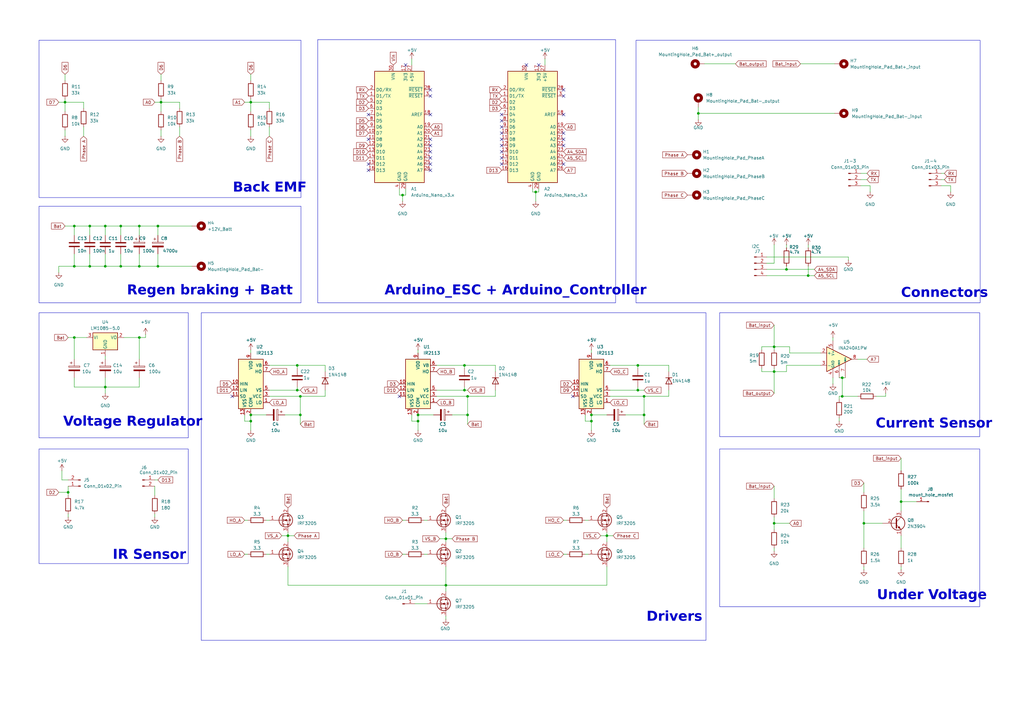
<source format=kicad_sch>
(kicad_sch (version 20231120) (generator "eeschema") (generator_version "8.0")
  (paper "A3")
  (title_block (title "ESC_drivers") (date "2024-11-28") (rev "1.4"))
  (lib_symbols
    (symbol "+5V_1" (power) (pin_numbers hide) (pin_names (offset 0) hide)
      (property "Value" "+5V" (at 0 3.556 0))
      (symbol "+5V_1_1_1"
        (pin power_in line (at 0 0 90) (length 0) (name "~") (number "1"))
      )
    )
    (symbol "+5V_2" (power) (pin_numbers hide) (pin_names (offset 0) hide)
      (property "Value" "+5V" (at 0 3.556 0))
      (symbol "+5V_2_1_1"
        (pin power_in line (at 0 0 90) (length 0) (name "~") (number "1"))
      )
    )
    (symbol "+5V_3" (power) (pin_numbers hide) (pin_names (offset 0) hide)
      (property "Value" "+5V" (at 0 3.556 0))
      (symbol "+5V_3_1_1"
        (pin power_in line (at 0 0 90) (length 0) (name "~") (number "1"))
      )
    )
    (symbol "+5V_4" (power) (pin_numbers hide) (pin_names (offset 0) hide)
      (property "Value" "+5V" (at 0 3.556 0))
      (symbol "+5V_4_1_1"
        (pin power_in line (at 0 0 90) (length 0) (name "~") (number "1"))
      )
    )
    (symbol "Amplifier_Current:INA240A1PW" (pin_names (offset 0.127))
      (property "Reference" "U" (at 3.81 3.81 0))
      (property "Value" "INA240A1PW" (at 3.81 -2.54 0))
      (symbol "INA240A1PW_1_1"
        (pin passive line (at -2.54 -7.62 90) (length 3.81) hide (name "GND") (number "1"))
        (pin input line (at -7.62 2.54 0) (length 2.54) (name "+") (number "2"))
        (pin input line (at -7.62 -2.54 0) (length 2.54) (name "-") (number "3"))
        (pin power_in line (at -2.54 -7.62 90) (length 3.81) (name "GND") (number "4"))
        (pin power_in line (at -2.54 7.62 270) (length 3.81) (name "V+") (number "5"))
        (pin passive line (at 0 -7.62 90) (length 5.08) (name "REF2") (number "6"))
        (pin passive line (at 2.54 -7.62 90) (length 6.35) (name "REF1") (number "7"))
        (pin output line (at 7.62 0 180) (length 2.54) (name "~") (number "8"))
      )
    )
    (symbol "Connector:Conn_01x01_Pin" (pin_names (offset 1.016) hide)
      (property "Reference" "J" (at 0 2.54 0))
      (property "Value" "Conn_01x01_Pin" (at 0 -2.54 0))
      (symbol "Conn_01x01_Pin_1_1"
        (pin passive line (at 5.08 0 180) (length 3.81) (name "Pin_1") (number "1"))
      )
    )
    (symbol "Connector:Conn_01x02_Pin" (pin_names (offset 1.016) hide)
      (property "Reference" "J" (at 0 2.54 0))
      (property "Value" "Conn_01x02_Pin" (at 0 -5.08 0))
      (symbol "Conn_01x02_Pin_1_1"
        (pin passive line (at 5.08 0 180) (length 3.81) (name "Pin_1") (number "1"))
        (pin passive line (at 5.08 -2.54 180) (length 3.81) (name "Pin_2") (number "2"))
      )
    )
    (symbol "Connector:Conn_01x03_Pin" (pin_names (offset 1.016) hide)
      (property "Reference" "J" (at 0 5.08 0))
      (property "Value" "Conn_01x03_Pin" (at 0 -5.08 0))
      (symbol "Conn_01x03_Pin_1_1"
        (pin passive line (at 5.08 2.54 180) (length 3.81) (name "Pin_1") (number "1"))
        (pin passive line (at 5.08 0 180) (length 3.81) (name "Pin_2") (number "2"))
        (pin passive line (at 5.08 -2.54 180) (length 3.81) (name "Pin_3") (number "3"))
      )
    )
    (symbol "Connector:Conn_01x04_Pin" (pin_names (offset 1.016) hide)
      (property "Reference" "J" (at 0 5.08 0))
      (property "Value" "Conn_01x04_Pin" (at 0 -7.62 0))
      (symbol "Conn_01x04_Pin_1_1"
        (pin passive line (at 5.08 2.54 180) (length 3.81) (name "Pin_1") (number "1"))
        (pin passive line (at 5.08 0 180) (length 3.81) (name "Pin_2") (number "2"))
        (pin passive line (at 5.08 -2.54 180) (length 3.81) (name "Pin_3") (number "3"))
        (pin passive line (at 5.08 -5.08 180) (length 3.81) (name "Pin_4") (number "4"))
      )
    )
    (symbol "Device:C" (pin_numbers hide) (pin_names (offset 0.254))
      (property "Reference" "C" (at 0.635 2.54 0))
      (property "Value" "C" (at 0.635 -2.54 0))
      (symbol "C_1_1"
        (pin passive line (at 0 3.81 270) (length 2.794) (name "~") (number "1"))
        (pin passive line (at 0 -3.81 90) (length 2.794) (name "~") (number "2"))
      )
    )
    (symbol "Device:C_Polarized" (pin_numbers hide) (pin_names (offset 0.254))
      (property "Reference" "C" (at 0.635 2.54 0))
      (property "Value" "C_Polarized" (at 0.635 -2.54 0))
      (symbol "C_Polarized_1_1"
        (pin passive line (at 0 3.81 270) (length 2.794) (name "~") (number "1"))
        (pin passive line (at 0 -3.81 90) (length 2.794) (name "~") (number "2"))
      )
    )
    (symbol "Device:R" (pin_numbers hide) (pin_names (offset 0))
      (property "Reference" "R" (at 2.032 0 90))
      (property "Value" "R" (at 0 0 90))
      (symbol "R_1_1"
        (pin passive line (at 0 3.81 270) (length 1.27) (name "~") (number "1"))
        (pin passive line (at 0 -3.81 90) (length 1.27) (name "~") (number "2"))
      )
    )
    (symbol "Diode:1N4148" (pin_numbers hide) (pin_names hide)
      (property "Reference" "D" (at 0 2.54 0))
      (property "Value" "1N4148" (at 0 -2.54 0))
      (symbol "1N4148_1_1"
        (pin passive line (at -3.81 0 0) (length 2.54) (name "K") (number "1"))
        (pin passive line (at 3.81 0 180) (length 2.54) (name "A") (number "2"))
      )
    )
    (symbol "Driver_FET:IR2113"
      (property "Reference" "U" (at 1.27 13.335 0))
      (property "Value" "IR2113" (at 1.27 11.43 0))
      (symbol "IR2113_1_1"
        (pin output line (at 7.62 -7.62 180) (length 2.54) (name "LO") (number "1"))
        (pin input line (at -7.62 0 0) (length 2.54) (name "HIN") (number "10"))
        (pin input line (at -7.62 -5.08 0) (length 2.54) (name "SD") (number "11"))
        (pin input line (at -7.62 -2.54 0) (length 2.54) (name "LIN") (number "12"))
        (pin power_in line (at -2.54 -12.7 90) (length 2.54) (name "VSS") (number "13"))
        (pin no_connect line (at -5.08 2.54 0) (length 2.54) hide (name "NC") (number "14"))
        (pin power_in line (at 0 -12.7 90) (length 2.54) (name "COM") (number "2"))
        (pin power_in line (at 7.62 -5.08 180) (length 2.54) (name "VCC") (number "3"))
        (pin no_connect line (at -5.08 7.62 0) (length 2.54) hide (name "NC") (number "4"))
        (pin passive line (at 7.62 -2.54 180) (length 2.54) (name "VS") (number "5"))
        (pin passive line (at 7.62 7.62 180) (length 2.54) (name "VB") (number "6"))
        (pin output line (at 7.62 5.08 180) (length 2.54) (name "HO") (number "7"))
        (pin no_connect line (at -5.08 5.08 0) (length 2.54) hide (name "NC") (number "8"))
        (pin power_in line (at 0 12.7 270) (length 2.54) (name "VDD") (number "9"))
      )
    )
    (symbol "GND_1" (power) (pin_numbers hide) (pin_names (offset 0) hide)
      (property "Value" "GND" (at 0 -3.81 0))
      (symbol "GND_1_1_1"
        (pin power_in line (at 0 0 270) (length 0) (name "~") (number "1"))
      )
    )
    (symbol "GND_2" (power) (pin_numbers hide) (pin_names (offset 0) hide)
      (property "Value" "GND" (at 0 -3.81 0))
      (symbol "GND_2_1_1"
        (pin power_in line (at 0 0 270) (length 0) (name "~") (number "1"))
      )
    )
    (symbol "GND_3" (power) (pin_numbers hide) (pin_names (offset 0) hide)
      (property "Value" "GND" (at 0 -3.81 0))
      (symbol "GND_3_1_1"
        (pin power_in line (at 0 0 270) (length 0) (name "~") (number "1"))
      )
    )
    (symbol "GND_4" (power) (pin_numbers hide) (pin_names (offset 0) hide)
      (property "Value" "GND" (at 0 -3.81 0))
      (symbol "GND_4_1_1"
        (pin power_in line (at 0 0 270) (length 0) (name "~") (number "1"))
      )
    )
    (symbol "GND_5" (power) (pin_numbers hide) (pin_names (offset 0) hide)
      (property "Value" "GND" (at 0 -3.81 0))
      (symbol "GND_5_1_1"
        (pin power_in line (at 0 0 270) (length 0) (name "~") (number "1"))
      )
    )
    (symbol "GND_6" (power) (pin_numbers hide) (pin_names (offset 0) hide)
      (property "Value" "GND" (at 0 -3.81 0))
      (symbol "GND_6_1_1"
        (pin power_in line (at 0 0 270) (length 0) (name "~") (number "1"))
      )
    )
    (symbol "GND_7" (power) (pin_numbers hide) (pin_names (offset 0) hide)
      (property "Value" "GND" (at 0 -3.81 0))
      (symbol "GND_7_1_1"
        (pin power_in line (at 0 0 270) (length 0) (name "~") (number "1"))
      )
    )
    (symbol "GND_8" (power) (pin_numbers hide) (pin_names (offset 0) hide)
      (property "Value" "GND" (at 0 -3.81 0))
      (symbol "GND_8_1_1"
        (pin power_in line (at 0 0 270) (length 0) (name "~") (number "1"))
      )
    )
    (symbol "GND_9" (power) (pin_numbers hide) (pin_names (offset 0) hide)
      (property "Value" "GND" (at 0 -3.81 0))
      (symbol "GND_9_1_1"
        (pin power_in line (at 0 0 270) (length 0) (name "~") (number "1"))
      )
    )
    (symbol "MCU_Module:Arduino_Nano_v3.x"
      (property "Reference" "A" (at -10.16 23.495 0))
      (property "Value" "Arduino_Nano_v3.x" (at 5.08 -24.13 0))
      (symbol "Arduino_Nano_v3.x_1_1"
        (pin bidirectional line (at -12.7 12.7 0) (length 2.54) (name "D1/TX") (number "1"))
        (pin bidirectional line (at -12.7 -2.54 0) (length 2.54) (name "D7") (number "10"))
        (pin bidirectional line (at -12.7 -5.08 0) (length 2.54) (name "D8") (number "11"))
        (pin bidirectional line (at -12.7 -7.62 0) (length 2.54) (name "D9") (number "12"))
        (pin bidirectional line (at -12.7 -10.16 0) (length 2.54) (name "D10") (number "13"))
        (pin bidirectional line (at -12.7 -12.7 0) (length 2.54) (name "D11") (number "14"))
        (pin bidirectional line (at -12.7 -15.24 0) (length 2.54) (name "D12") (number "15"))
        (pin bidirectional line (at -12.7 -17.78 0) (length 2.54) (name "D13") (number "16"))
        (pin power_out line (at 2.54 25.4 270) (length 2.54) (name "3V3") (number "17"))
        (pin input line (at 12.7 5.08 180) (length 2.54) (name "AREF") (number "18"))
        (pin bidirectional line (at 12.7 0 180) (length 2.54) (name "A0") (number "19"))
        (pin bidirectional line (at -12.7 15.24 0) (length 2.54) (name "D0/RX") (number "2"))
        (pin bidirectional line (at 12.7 -2.54 180) (length 2.54) (name "A1") (number "20"))
        (pin bidirectional line (at 12.7 -5.08 180) (length 2.54) (name "A2") (number "21"))
        (pin bidirectional line (at 12.7 -7.62 180) (length 2.54) (name "A3") (number "22"))
        (pin bidirectional line (at 12.7 -10.16 180) (length 2.54) (name "A4") (number "23"))
        (pin bidirectional line (at 12.7 -12.7 180) (length 2.54) (name "A5") (number "24"))
        (pin bidirectional line (at 12.7 -15.24 180) (length 2.54) (name "A6") (number "25"))
        (pin bidirectional line (at 12.7 -17.78 180) (length 2.54) (name "A7") (number "26"))
        (pin power_out line (at 5.08 25.4 270) (length 2.54) (name "+5V") (number "27"))
        (pin input line (at 12.7 15.24 180) (length 2.54) (name "~{RESET}") (number "28"))
        (pin power_in line (at 2.54 -25.4 90) (length 2.54) (name "GND") (number "29"))
        (pin input line (at 12.7 12.7 180) (length 2.54) (name "~{RESET}") (number "3"))
        (pin power_in line (at -2.54 25.4 270) (length 2.54) (name "VIN") (number "30"))
        (pin power_in line (at 0 -25.4 90) (length 2.54) (name "GND") (number "4"))
        (pin bidirectional line (at -12.7 10.16 0) (length 2.54) (name "D2") (number "5"))
        (pin bidirectional line (at -12.7 7.62 0) (length 2.54) (name "D3") (number "6"))
        (pin bidirectional line (at -12.7 5.08 0) (length 2.54) (name "D4") (number "7"))
        (pin bidirectional line (at -12.7 2.54 0) (length 2.54) (name "D5") (number "8"))
        (pin bidirectional line (at -12.7 0 0) (length 2.54) (name "D6") (number "9"))
      )
    )
    (symbol "Mechanical:MountingHole_Pad" (pin_numbers hide) (pin_names (offset 1.016) hide)
      (property "Reference" "H" (at 0 6.35 0))
      (property "Value" "MountingHole_Pad" (at 0 4.445 0))
      (symbol "MountingHole_Pad_1_1"
        (pin input line (at 0 -2.54 90) (length 2.54) (name "1") (number "1"))
      )
    )
    (symbol "Regulator_Linear:LM1085-5.0" (pin_names (offset 0.254))
      (property "Reference" "U" (at -3.81 3.175 0))
      (property "Value" "LM1085-5.0" (at 0 3.175 0))
      (symbol "LM1085-5.0_1_1"
        (pin power_in line (at 0 -7.62 90) (length 2.54) (name "GND") (number "1"))
        (pin power_out line (at 7.62 0 180) (length 2.54) (name "VO") (number "2"))
        (pin power_in line (at -7.62 0 0) (length 2.54) (name "VI") (number "3"))
      )
    )
    (symbol "Transistor_BJT:2N3904" (pin_names (offset 0) hide)
      (property "Reference" "Q" (at 5.08 1.905 0))
      (property "Value" "2N3904" (at 5.08 0 0))
      (symbol "2N3904_1_1"
        (pin passive line (at 2.54 -5.08 90) (length 2.54) (name "E") (number "1"))
        (pin passive line (at -5.08 0 0) (length 5.715) (name "B") (number "2"))
        (pin passive line (at 2.54 5.08 270) (length 2.54) (name "C") (number "3"))
      )
    )
    (symbol "Transistor_FET:IRF3205" (pin_names hide)
      (property "Reference" "Q" (at 6.35 1.905 0))
      (property "Value" "IRF3205" (at 6.35 0 0))
      (symbol "IRF3205_1_1"
        (pin input line (at -5.08 0 0) (length 2.54) (name "G") (number "1"))
        (pin passive line (at 2.54 5.08 270) (length 2.54) (name "D") (number "2"))
        (pin passive line (at 2.54 -5.08 90) (length 2.54) (name "S") (number "3"))
      )
    )
    (symbol "power:+5V" (power) (pin_numbers hide) (pin_names (offset 0) hide)
      (property "Value" "+5V" (at 0 3.556 0))
      (symbol "+5V_1_1"
        (pin power_in line (at 0 0 90) (length 0) (name "~") (number "1"))
      )
    )
    (symbol "power:GND" (power) (pin_numbers hide) (pin_names (offset 0) hide)
      (property "Value" "GND" (at 0 -3.81 0))
      (symbol "GND_1_1"
        (pin power_in line (at 0 0 270) (length 0) (name "~") (number "1"))
      )
    )
  )
  (junction (at 264.16 170.18))
  (junction (at 26.67 41.91))
  (junction (at 49.53 109.22))
  (junction (at 121.92 160.02))
  (junction (at 182.88 240.03))
  (junction (at 171.45 170.18))
  (junction (at 30.48 109.22))
  (junction (at 36.83 92.71))
  (junction (at 30.48 92.71))
  (junction (at 123.19 162.56))
  (junction (at 64.77 92.71))
  (junction (at 182.88 220.98))
  (junction (at 242.57 172.72))
  (junction (at 317.5 152.4))
  (junction (at 64.77 109.22))
  (junction (at 57.15 109.22))
  (junction (at 317.5 142.24))
  (junction (at 123.19 170.18))
  (junction (at 27.94 201.93))
  (junction (at 248.92 219.71))
  (junction (at 191.77 170.18))
  (junction (at 43.18 109.22))
  (junction (at 354.33 214.63))
  (junction (at 43.18 92.71))
  (junction (at 30.48 138.43))
  (junction (at 190.5 149.86))
  (junction (at 102.87 170.18))
  (junction (at 57.15 92.71))
  (junction (at 286.4195 46.5097))
  (junction (at 261.62 160.02))
  (junction (at 118.11 219.71))
  (junction (at 43.18 158.75))
  (junction (at 345.44 154.94))
  (junction (at 190.5 160.02))
  (junction (at 102.87 172.72))
  (junction (at 345.44 162.56))
  (junction (at 36.83 109.22))
  (junction (at 57.15 138.43))
  (junction (at 49.53 92.71))
  (junction (at 331.47 113.03))
  (junction (at 317.5 214.63))
  (junction (at 242.57 170.18))
  (junction (at 102.87 41.91))
  (junction (at 66.04 41.91))
  (junction (at 121.92 149.86))
  (junction (at 369.57 205.74))
  (junction (at 219.71 78.74))
  (junction (at 264.16 162.56))
  (junction (at 171.45 172.72))
  (junction (at 261.62 149.86))
  (junction (at 322.58 110.49))
  (junction (at 165.1 80.01))
  (junction (at 191.77 162.56))
  (no_connect (at 166.37 26.67))
  (no_connect (at 205.74 49.53))
  (no_connect (at 205.74 62.23))
  (no_connect (at 176.53 46.99))
  (no_connect (at 231.14 36.83))
  (no_connect (at 231.14 54.61))
  (no_connect (at 231.14 39.37))
  (no_connect (at 151.13 67.31))
  (no_connect (at 151.13 57.15))
  (no_connect (at 176.53 59.69))
  (no_connect (at 205.74 52.07))
  (no_connect (at 205.74 59.69))
  (no_connect (at 234.95 162.56))
  (no_connect (at 231.14 46.99))
  (no_connect (at 176.53 39.37))
  (no_connect (at 205.74 57.15))
  (no_connect (at 205.74 46.99))
  (no_connect (at 151.13 69.85))
  (no_connect (at 205.74 67.31))
  (no_connect (at 231.14 67.31))
  (no_connect (at 95.25 162.56))
  (no_connect (at 176.53 36.83))
  (no_connect (at 176.53 62.23))
  (no_connect (at 176.53 67.31))
  (no_connect (at 151.13 46.99))
  (no_connect (at 231.14 57.15))
  (no_connect (at 163.83 162.56))
  (no_connect (at 176.53 64.77))
  (no_connect (at 176.53 57.15))
  (no_connect (at 220.98 26.67))
  (no_connect (at 205.74 54.61))
  (no_connect (at 205.74 64.77))
  (no_connect (at 231.14 59.69))
  (no_connect (at 215.9 26.67))
  (no_connect (at 176.53 69.85))
  (wire (pts (xy 190.5 149.86) (xy 203.2 149.86)))
  (wire (pts (xy 203.2 149.86) (xy 203.2 152.4)))
  (wire (pts (xy 345.44 154.94) (xy 345.44 162.56)))
  (wire (pts (xy 25.4 196.85) (xy 25.4 193.04)))
  (wire (pts (xy 341.63 154.94) (xy 341.63 157.48)))
  (wire (pts (xy 73.66 41.91) (xy 66.04 41.91)))
  (wire (pts (xy 102.87 170.18) (xy 109.22 170.18)))
  (wire (pts (xy 165.1 213.36) (xy 166.37 213.36)))
  (wire (pts (xy 49.53 109.22) (xy 57.15 109.22)))
  (wire (pts (xy 26.67 41.91) (xy 26.67 45.72)))
  (wire (pts (xy 341.63 138.43) (xy 341.63 139.7)))
  (wire (pts (xy 354.33 198.12) (xy 354.33 201.93)))
  (wire (pts (xy 312.42 142.24) (xy 317.5 142.24)))
  (wire (pts (xy 219.71 82.55) (xy 219.71 78.74)))
  (wire (pts (xy 100.33 227.33) (xy 101.6 227.33)))
  (wire (pts (xy 354.33 233.68) (xy 354.33 232.41)))
  (wire (pts (xy 248.92 232.41) (xy 248.92 240.03)))
  (wire (pts (xy 109.22 213.36) (xy 110.49 213.36)))
  (wire (pts (xy 26.67 30.48) (xy 26.67 33.02)))
  (wire (pts (xy 57.15 147.32) (xy 57.15 138.43)))
  (wire (pts (xy 102.87 143.51) (xy 102.87 144.78)))
  (wire (pts (xy 64.77 92.71) (xy 64.77 96.52)))
  (wire (pts (xy 286.4195 49.0497) (xy 286.4195 46.5097)))
  (wire (pts (xy 264.16 170.18) (xy 264.16 173.99)))
  (wire (pts (xy 171.45 170.18) (xy 171.45 172.72)))
  (wire (pts (xy 30.48 92.71) (xy 30.48 96.52)))
  (wire (pts (xy 317.5 142.24) (xy 317.5 143.51)))
  (wire (pts (xy 26.67 92.71) (xy 30.48 92.71)))
  (wire (pts (xy 389.89 76.2) (xy 389.89 78.74)))
  (wire (pts (xy 369.57 205.74) (xy 375.92 205.74)))
  (wire (pts (xy 274.32 162.56) (xy 274.32 160.02)))
  (wire (pts (xy 163.83 77.47) (xy 163.83 80.01)))
  (wire (pts (xy 171.45 170.18) (xy 177.8 170.18)))
  (wire (pts (xy 123.19 162.56) (xy 123.19 170.18)))
  (wire (pts (xy 274.32 162.56) (xy 264.16 162.56)))
  (wire (pts (xy 231.14 227.33) (xy 232.41 227.33)))
  (wire (pts (xy 168.91 170.18) (xy 168.91 172.72)))
  (wire (pts (xy 347.98 105.41) (xy 314.452 105.41)))
  (wire (pts (xy 240.03 172.72) (xy 242.57 172.72)))
  (wire (pts (xy 110.49 149.86) (xy 121.92 149.86)))
  (wire (pts (xy 322.58 149.86) (xy 336.55 149.86)))
  (wire (pts (xy 63.5 41.91) (xy 66.04 41.91)))
  (wire (pts (xy 353.06 71.12) (xy 355.6 71.12)))
  (wire (pts (xy 43.18 146.05) (xy 43.18 147.32)))
  (wire (pts (xy 43.18 154.94) (xy 43.18 158.75)))
  (wire (pts (xy 190.5 160.02) (xy 190.5 158.75)))
  (wire (pts (xy 317.5 151.13) (xy 317.5 152.4)))
  (wire (pts (xy 317.5 199.39) (xy 317.5 204.47)))
  (wire (pts (xy 328.3295 26.1897) (xy 342.2995 26.1897)))
  (wire (pts (xy 24.13 109.22) (xy 30.48 109.22)))
  (wire (pts (xy 43.18 92.71) (xy 49.53 92.71)))
  (wire (pts (xy 317.5 214.63) (xy 317.5 217.17)))
  (wire (pts (xy 121.92 151.13) (xy 121.92 149.86)))
  (wire (pts (xy 317.5 152.4) (xy 322.58 152.4)))
  (wire (pts (xy 121.92 149.86) (xy 133.35 149.86)))
  (wire (pts (xy 173.99 213.36) (xy 175.26 213.36)))
  (wire (pts (xy 24.13 111.76) (xy 24.13 109.22)))
  (wire (pts (xy 369.57 233.68) (xy 369.57 232.41)))
  (wire (pts (xy 57.15 109.22) (xy 64.77 109.22)))
  (wire (pts (xy 317.5 214.63) (xy 323.85 214.63)))
  (wire (pts (xy 219.71 78.74) (xy 220.98 78.74)))
  (wire (pts (xy 102.87 41.91) (xy 102.87 45.72)))
  (wire (pts (xy 43.18 92.71) (xy 43.18 96.52)))
  (wire (pts (xy 63.5 203.2) (xy 63.5 199.39)))
  (wire (pts (xy 123.19 162.56) (xy 133.35 162.56)))
  (wire (pts (xy 64.77 196.85) (xy 63.5 196.85)))
  (wire (pts (xy 165.1 227.33) (xy 166.37 227.33)))
  (wire (pts (xy 354.33 214.63) (xy 354.33 224.79)))
  (wire (pts (xy 220.98 78.74) (xy 220.98 77.47)))
  (wire (pts (xy 73.66 55.88) (xy 73.66 52.07)))
  (wire (pts (xy 288.9595 26.1897) (xy 301.6595 26.1897)))
  (wire (pts (xy 355.6 147.32) (xy 351.79 147.32)))
  (wire (pts (xy 317.5 100.33) (xy 317.5 107.95)))
  (wire (pts (xy 64.77 109.22) (xy 78.74 109.22)))
  (wire (pts (xy 218.44 78.74) (xy 218.44 77.47)))
  (wire (pts (xy 286.4195 43.9697) (xy 286.4195 46.5097)))
  (wire (pts (xy 261.62 149.86) (xy 261.62 151.13)))
  (wire (pts (xy 118.11 219.71) (xy 120.65 219.71)))
  (wire (pts (xy 100.33 170.18) (xy 100.33 172.72)))
  (wire (pts (xy 344.17 154.94) (xy 345.44 154.94)))
  (wire (pts (xy 109.22 227.33) (xy 110.49 227.33)))
  (wire (pts (xy 242.57 143.51) (xy 242.57 144.78)))
  (wire (pts (xy 49.53 92.71) (xy 49.53 96.52)))
  (wire (pts (xy 115.57 219.71) (xy 118.11 219.71)))
  (wire (pts (xy 369.57 200.66) (xy 369.57 205.74)))
  (wire (pts (xy 248.92 219.71) (xy 248.92 222.25)))
  (wire (pts (xy 100.33 213.36) (xy 101.6 213.36)))
  (wire (pts (xy 182.88 252.73) (xy 182.88 254)))
  (wire (pts (xy 49.53 104.14) (xy 49.53 109.22)))
  (wire (pts (xy 59.69 138.43) (xy 57.15 138.43)))
  (wire (pts (xy 180.34 220.98) (xy 182.88 220.98)))
  (wire (pts (xy 248.92 218.44) (xy 248.92 219.71)))
  (wire (pts (xy 66.04 55.88) (xy 66.04 53.34)))
  (wire (pts (xy 312.42 142.24) (xy 312.42 143.51)))
  (wire (pts (xy 182.88 220.98) (xy 182.88 222.25)))
  (wire (pts (xy 322.58 109.22) (xy 322.58 110.49)))
  (wire (pts (xy 100.33 172.72) (xy 102.87 172.72)))
  (wire (pts (xy 250.19 160.02) (xy 261.62 160.02)))
  (wire (pts (xy 102.87 55.88) (xy 102.87 53.34)))
  (wire (pts (xy 30.48 104.14) (xy 30.48 109.22)))
  (wire (pts (xy 175.26 247.65) (xy 170.18 247.65)))
  (wire (pts (xy 182.88 218.44) (xy 182.88 220.98)))
  (wire (pts (xy 57.15 104.14) (xy 57.15 109.22)))
  (wire (pts (xy 331.47 109.22) (xy 331.47 113.03)))
  (wire (pts (xy 242.57 170.18) (xy 242.57 172.72)))
  (wire (pts (xy 386.08 71.12) (xy 387.35 71.12)))
  (wire (pts (xy 354.33 214.63) (xy 354.33 209.55)))
  (wire (pts (xy 118.11 219.71) (xy 118.11 222.25)))
  (wire (pts (xy 345.44 154.94) (xy 346.71 154.94)))
  (wire (pts (xy 118.11 218.44) (xy 118.11 219.71)))
  (wire (pts (xy 110.49 162.56) (xy 123.19 162.56)))
  (wire (pts (xy 223.52 24.13) (xy 223.52 26.67)))
  (wire (pts (xy 133.35 149.86) (xy 133.35 152.4)))
  (wire (pts (xy 57.15 92.71) (xy 64.77 92.71)))
  (wire (pts (xy 73.66 44.45) (xy 73.66 41.91)))
  (wire (pts (xy 242.57 170.18) (xy 248.92 170.18)))
  (wire (pts (xy 116.84 170.18) (xy 123.19 170.18)))
  (wire (pts (xy 110.49 55.88) (xy 110.49 52.07)))
  (wire (pts (xy 314.452 113.03) (xy 331.47 113.03)))
  (wire (pts (xy 30.48 158.75) (xy 43.18 158.75)))
  (wire (pts (xy 30.48 138.43) (xy 35.56 138.43)))
  (wire (pts (xy 168.91 24.13) (xy 168.91 26.67)))
  (wire (pts (xy 64.77 92.71) (xy 78.74 92.71)))
  (wire (pts (xy 218.44 78.74) (xy 219.71 78.74)))
  (wire (pts (xy 168.91 172.72) (xy 171.45 172.72)))
  (wire (pts (xy 317.5 152.4) (xy 317.5 161.29)))
  (wire (pts (xy 203.2 160.02) (xy 203.2 162.56)))
  (wire (pts (xy 36.83 104.14) (xy 36.83 109.22)))
  (wire (pts (xy 248.92 219.71) (xy 251.46 219.71)))
  (wire (pts (xy 166.37 77.47) (xy 166.37 80.01)))
  (wire (pts (xy 34.29 44.45) (xy 34.29 41.91)))
  (wire (pts (xy 274.32 149.86) (xy 274.32 152.4)))
  (wire (pts (xy 179.07 160.02) (xy 190.5 160.02)))
  (wire (pts (xy 322.58 152.4) (xy 322.58 149.86)))
  (wire (pts (xy 36.83 92.71) (xy 43.18 92.71)))
  (wire (pts (xy 118.11 240.03) (xy 118.11 232.41)))
  (wire (pts (xy 100.33 41.91) (xy 102.87 41.91)))
  (wire (pts (xy 57.15 154.94) (xy 57.15 158.75)))
  (wire (pts (xy 26.67 40.64) (xy 26.67 41.91)))
  (wire (pts (xy 203.2 162.56) (xy 191.77 162.56)))
  (wire (pts (xy 66.04 41.91) (xy 66.04 45.72)))
  (wire (pts (xy 30.48 147.32) (xy 30.48 138.43)))
  (wire (pts (xy 63.5 212.09) (xy 63.5 210.82)))
  (wire (pts (xy 173.99 227.33) (xy 175.26 227.33)))
  (wire (pts (xy 182.88 242.57) (xy 182.88 240.03)))
  (wire (pts (xy 43.18 109.22) (xy 49.53 109.22)))
  (wire (pts (xy 261.62 149.86) (xy 274.32 149.86)))
  (wire (pts (xy 49.53 92.71) (xy 57.15 92.71)))
  (wire (pts (xy 231.14 213.36) (xy 232.41 213.36)))
  (wire (pts (xy 165.1 80.01) (xy 163.83 80.01)))
  (wire (pts (xy 36.83 109.22) (xy 43.18 109.22)))
  (wire (pts (xy 246.38 219.71) (xy 248.92 219.71)))
  (wire (pts (xy 179.07 162.56) (xy 191.77 162.56)))
  (wire (pts (xy 166.37 80.01) (xy 165.1 80.01)))
  (wire (pts (xy 286.4195 46.5097) (xy 342.2995 46.5097)))
  (wire (pts (xy 27.94 138.43) (xy 30.48 138.43)))
  (wire (pts (xy 369.57 205.74) (xy 369.57 209.55)))
  (wire (pts (xy 25.4 196.85) (xy 27.94 196.85)))
  (wire (pts (xy 240.03 170.18) (xy 240.03 172.72)))
  (wire (pts (xy 171.45 172.72) (xy 171.45 176.53)))
  (wire (pts (xy 165.1 80.01) (xy 165.1 82.55)))
  (wire (pts (xy 240.03 227.33) (xy 241.3 227.33)))
  (wire (pts (xy 351.79 162.56) (xy 345.44 162.56)))
  (wire (pts (xy 24.13 201.93) (xy 27.94 201.93)))
  (wire (pts (xy 57.15 92.71) (xy 57.15 96.52)))
  (wire (pts (xy 331.47 113.03) (xy 334.01 113.03)))
  (wire (pts (xy 386.08 76.2) (xy 389.89 76.2)))
  (wire (pts (xy 242.57 172.72) (xy 242.57 176.53)))
  (wire (pts (xy 102.87 40.64) (xy 102.87 41.91)))
  (wire (pts (xy 26.67 55.88) (xy 26.67 53.34)))
  (wire (pts (xy 240.03 213.36) (xy 241.3 213.36)))
  (wire (pts (xy 353.06 73.66) (xy 355.6 73.66)))
  (wire (pts (xy 347.98 106.68) (xy 347.98 105.41)))
  (wire (pts (xy 123.19 170.18) (xy 123.19 173.99)))
  (wire (pts (xy 121.92 160.02) (xy 123.19 160.02)))
  (wire (pts (xy 30.48 158.75) (xy 30.48 154.94)))
  (wire (pts (xy 102.87 30.48) (xy 102.87 33.02)))
  (wire (pts (xy 27.94 203.2) (xy 27.94 201.93)))
  (wire (pts (xy 323.85 144.78) (xy 336.55 144.78)))
  (wire (pts (xy 43.18 158.75) (xy 57.15 158.75)))
  (wire (pts (xy 24.13 41.91) (xy 26.67 41.91)))
  (wire (pts (xy 121.92 160.02) (xy 121.92 158.75)))
  (wire (pts (xy 102.87 172.72) (xy 102.87 176.53)))
  (wire (pts (xy 369.57 219.71) (xy 369.57 224.79)))
  (wire (pts (xy 344.17 162.56) (xy 345.44 162.56)))
  (wire (pts (xy 369.57 187.96) (xy 369.57 193.04)))
  (wire (pts (xy 34.29 41.91) (xy 26.67 41.91)))
  (wire (pts (xy 118.11 240.03) (xy 182.88 240.03)))
  (wire (pts (xy 182.88 240.03) (xy 248.92 240.03)))
  (wire (pts (xy 356.87 76.2) (xy 356.87 78.74)))
  (wire (pts (xy 50.8 138.43) (xy 57.15 138.43)))
  (wire (pts (xy 191.77 170.18) (xy 191.77 173.99)))
  (wire (pts (xy 344.17 171.45) (xy 344.17 172.72)))
  (wire (pts (xy 190.5 149.86) (xy 190.5 151.13)))
  (wire (pts (xy 59.69 137.16) (xy 59.69 138.43)))
  (wire (pts (xy 344.17 162.56) (xy 344.17 163.83)))
  (wire (pts (xy 323.85 142.24) (xy 323.85 144.78)))
  (wire (pts (xy 182.88 220.98) (xy 185.42 220.98)))
  (wire (pts (xy 191.77 162.56) (xy 191.77 170.18)))
  (wire (pts (xy 264.16 162.56) (xy 264.16 170.18)))
  (wire (pts (xy 110.49 41.91) (xy 102.87 41.91)))
  (wire (pts (xy 64.77 109.22) (xy 64.77 104.14)))
  (wire (pts (xy 361.95 214.63) (xy 354.33 214.63)))
  (wire (pts (xy 317.5 142.24) (xy 323.85 142.24)))
  (wire (pts (xy 250.19 149.86) (xy 261.62 149.86)))
  (wire (pts (xy 317.5 226.06) (xy 317.5 224.79)))
  (wire (pts (xy 322.58 100.33) (xy 322.58 101.6)))
  (wire (pts (xy 363.22 162.56) (xy 363.22 161.29)))
  (wire (pts (xy 27.94 199.39) (xy 27.94 201.93)))
  (wire (pts (xy 110.49 44.45) (xy 110.49 41.91)))
  (wire (pts (xy 386.08 73.66) (xy 387.35 73.66)))
  (wire (pts (xy 30.48 92.71) (xy 36.83 92.71)))
  (wire (pts (xy 133.35 162.56) (xy 133.35 160.02)))
  (wire (pts (xy 331.47 100.33) (xy 331.47 101.6)))
  (wire (pts (xy 353.06 76.2) (xy 356.87 76.2)))
  (wire (pts (xy 36.83 92.71) (xy 36.83 96.52)))
  (wire (pts (xy 314.452 110.49) (xy 322.58 110.49)))
  (wire (pts (xy 250.19 162.56) (xy 264.16 162.56)))
  (wire (pts (xy 261.62 160.02) (xy 264.16 160.02)))
  (wire (pts (xy 312.42 152.4) (xy 317.5 152.4)))
  (wire (pts (xy 182.88 240.03) (xy 182.88 232.41)))
  (wire (pts (xy 43.18 104.14) (xy 43.18 109.22)))
  (wire (pts (xy 312.42 151.13) (xy 312.42 152.4)))
  (wire (pts (xy 66.04 30.48) (xy 66.04 33.02)))
  (wire (pts (xy 66.04 40.64) (xy 66.04 41.91)))
  (wire (pts (xy 322.58 110.49) (xy 334.01 110.49)))
  (wire (pts (xy 43.18 158.75) (xy 43.18 161.29)))
  (wire (pts (xy 102.87 170.18) (xy 102.87 172.72)))
  (wire (pts (xy 261.62 160.02) (xy 261.62 158.75)))
  (wire (pts (xy 317.5 133.35) (xy 317.5 142.24)))
  (wire (pts (xy 110.49 160.02) (xy 121.92 160.02)))
  (wire (pts (xy 185.42 170.18) (xy 191.77 170.18)))
  (wire (pts (xy 317.5 107.95) (xy 314.452 107.95)))
  (wire (pts (xy 317.5 212.09) (xy 317.5 214.63)))
  (wire (pts (xy 359.41 162.56) (xy 363.22 162.56)))
  (wire (pts (xy 30.48 109.22) (xy 36.83 109.22)))
  (wire (pts (xy 264.16 170.18) (xy 256.54 170.18)))
  (wire (pts (xy 171.45 143.51) (xy 171.45 144.78)))
  (wire (pts (xy 27.94 210.82) (xy 27.94 212.09)))
  (wire (pts (xy 179.07 149.86) (xy 190.5 149.86)))
  (wire (pts (xy 190.5 160.02) (xy 191.77 160.02)))
  (wire (pts (xy 34.29 55.88) (xy 34.29 52.07)))
  (rectangle (start 16.002 16.51) (end 123.444 81.026))
  (rectangle (start 16.002 84.582) (end 123.444 124.206))
  (rectangle (start 295.148 184.15) (end 401.828 248.8219))
  (rectangle (start 130.302 16.256) (end 252.476 124.206))
  (rectangle (start 16.002 184.15) (end 77.216 231.14))
  (rectangle (start 16.002 128.27) (end 77.216 179.578))
  (rectangle (start 295.148 128.27) (end 401.828 179.07))
  (rectangle (start 260.858 16.5377) (end 401.9895 124.206))
  (rectangle (start 82.55 128.27) (end 289.56 262.636))
  (text "Regen braking + Batt" (at 52.07 122.682 0) (effects (font (size 4 4) (thickness 0.8) (bold yes)) (justify left bottom)))
  (text "Drivers\n" (at 265.176 256.54 0) (effects (font (size 4 4) (thickness 0.8) (bold yes)) (justify left bottom)))
  (text "Back EMF" (at 95.504 80.518 0) (effects (font (size 4 4) (thickness 0.8) (bold yes)) (justify left bottom)))
  (text "IR Sensor\n" (at 46.228 231.14 0) (effects (font (size 4 4) (thickness 0.8) (bold yes)) (justify left bottom)))
  (text "Arduino_ESC + Arduino_Controller\n" (at 157.734 122.682 0) (effects (font (size 4 4) (thickness 0.8) (bold yes)) (justify left bottom)))
  (text "Under Voltage" (at 359.664 247.65 0) (effects (font (size 4 4) (thickness 0.8) (bold yes)) (justify left bottom)))
  (text "Voltage Regulator" (at 25.908 176.53 0) (effects (font (size 4 4) (thickness 0.8) (bold yes)) (justify left bottom)))
  (text "Current Sensor" (at 359.156 177.292 0) (effects (font (size 4 4) (thickness 0.8) (bold yes)) (justify left bottom)))
  (text "Connectors\n" (at 369.57 123.698 0) (effects (font (size 4 4) (thickness 0.8) (bold yes)) (justify left bottom)))
  (global_label "D9" (shape input) (at 151.13 59.69 180) (property "Intersheetrefs" "${INTERSHEET_REFS}" (effects (hide yes))))
  (global_label "TX" (shape input) (at 355.6 73.66 0) (property "Intersheetrefs" "${INTERSHEET_REFS}" (effects (hide yes))))
  (global_label "Bat_output" (shape input) (at 317.5 161.29 180) (property "Intersheetrefs" "${INTERSHEET_REFS}" (effects (hide yes))))
  (global_label "HO_C" (shape input) (at 250.19 152.4 0) (property "Intersheetrefs" "${INTERSHEET_REFS}" (effects (hide yes))))
  (global_label "D13" (shape input) (at 64.77 196.85 0) (property "Intersheetrefs" "${INTERSHEET_REFS}" (effects (hide yes))))
  (global_label "RX" (shape input) (at 387.35 71.12 0) (property "Intersheetrefs" "${INTERSHEET_REFS}" (effects (hide yes))))
  (global_label "Bat" (shape input) (at 264.16 173.99 0) (property "Intersheetrefs" "${INTERSHEET_REFS}" (effects (hide yes))))
  (global_label "Bat_output" (shape input) (at 301.6595 26.1897 0) (property "Intersheetrefs" "${INTERSHEET_REFS}" (effects (hide yes))))
  (global_label "HO_A" (shape input) (at 110.49 152.4 0) (property "Intersheetrefs" "${INTERSHEET_REFS}" (effects (hide yes))))
  (global_label "D10" (shape input) (at 151.13 62.23 180) (property "Intersheetrefs" "${INTERSHEET_REFS}" (effects (hide yes))))
  (global_label "D3" (shape input) (at 354.33 198.12 180) (property "Intersheetrefs" "${INTERSHEET_REFS}" (effects (hide yes))))
  (global_label "Bat_input" (shape input) (at 317.5 133.35 180) (property "Intersheetrefs" "${INTERSHEET_REFS}" (effects (hide yes))))
  (global_label "VS_C" (shape input) (at 246.38 219.71 180) (property "Intersheetrefs" "${INTERSHEET_REFS}" (effects (hide yes))))
  (global_label "A7" (shape input) (at 355.6 147.32 0) (property "Intersheetrefs" "${INTERSHEET_REFS}" (effects (hide yes))))
  (global_label "D2" (shape input) (at 151.13 41.91 180) (property "Intersheetrefs" "${INTERSHEET_REFS}" (effects (hide yes))))
  (global_label "A1" (shape input) (at 176.53 54.61 0) (property "Intersheetrefs" "${INTERSHEET_REFS}" (effects (hide yes))))
  (global_label "D6" (shape input) (at 102.87 30.48 90) (property "Intersheetrefs" "${INTERSHEET_REFS}" (effects (hide yes))))
  (global_label "D11" (shape input) (at 151.13 64.77 180) (property "Intersheetrefs" "${INTERSHEET_REFS}" (effects (hide yes))))
  (global_label "A5_SCL" (shape input) (at 231.14 64.77 0) (property "Intersheetrefs" "${INTERSHEET_REFS}" (effects (hide yes))))
  (global_label "VS_B" (shape input) (at 191.77 160.02 0) (property "Intersheetrefs" "${INTERSHEET_REFS}" (effects (hide yes))))
  (global_label "Bat" (shape input) (at 118.11 208.28 90) (property "Intersheetrefs" "${INTERSHEET_REFS}" (effects (hide yes))))
  (global_label "HO_B" (shape input) (at 179.07 152.4 0) (property "Intersheetrefs" "${INTERSHEET_REFS}" (effects (hide yes))))
  (global_label "Phase C" (shape input) (at 251.46 219.71 0) (property "Intersheetrefs" "${INTERSHEET_REFS}" (effects (hide yes))))
  (global_label "Bat_input" (shape input) (at 369.57 187.96 180) (property "Intersheetrefs" "${INTERSHEET_REFS}" (effects (hide yes))))
  (global_label "VS_C" (shape input) (at 264.16 160.02 0) (property "Intersheetrefs" "${INTERSHEET_REFS}" (effects (hide yes))))
  (global_label "Vin" (shape input) (at 161.29 26.67 90) (property "Intersheetrefs" "${INTERSHEET_REFS}" (effects (hide yes))))
  (global_label "D5" (shape input) (at 95.25 157.48 180) (property "Intersheetrefs" "${INTERSHEET_REFS}" (effects (hide yes))))
  (global_label "RX" (shape input) (at 205.74 36.83 180) (property "Intersheetrefs" "${INTERSHEET_REFS}" (effects (hide yes))))
  (global_label "D9" (shape input) (at 234.95 160.02 180) (property "Intersheetrefs" "${INTERSHEET_REFS}" (effects (hide yes))))
  (global_label "A0" (shape input) (at 231.14 52.07 0) (property "Intersheetrefs" "${INTERSHEET_REFS}" (effects (hide yes))))
  (global_label "LO_A" (shape input) (at 100.33 227.33 180) (property "Intersheetrefs" "${INTERSHEET_REFS}" (effects (hide yes))))
  (global_label "TX" (shape input) (at 205.74 39.37 180) (property "Intersheetrefs" "${INTERSHEET_REFS}" (effects (hide yes))))
  (global_label "D13" (shape input) (at 205.74 69.85 180) (property "Intersheetrefs" "${INTERSHEET_REFS}" (effects (hide yes))))
  (global_label "D7" (shape input) (at 24.13 41.91 180) (property "Intersheetrefs" "${INTERSHEET_REFS}" (effects (hide yes))))
  (global_label "Phase B" (shape input) (at 185.42 220.98 0) (property "Intersheetrefs" "${INTERSHEET_REFS}" (effects (hide yes))))
  (global_label "LO_B" (shape input) (at 165.1 227.33 180) (property "Intersheetrefs" "${INTERSHEET_REFS}" (effects (hide yes))))
  (global_label "D2" (shape input) (at 24.13 201.93 180) (property "Intersheetrefs" "${INTERSHEET_REFS}" (effects (hide yes))))
  (global_label "A7" (shape input) (at 231.14 69.85 0) (property "Intersheetrefs" "${INTERSHEET_REFS}" (effects (hide yes))))
  (global_label "A4_SDA" (shape input) (at 334.01 110.49 0) (property "Intersheetrefs" "${INTERSHEET_REFS}" (effects (hide yes))))
  (global_label "Phase A" (shape input) (at 34.29 55.88 270) (property "Intersheetrefs" "${INTERSHEET_REFS}" (effects (hide yes))))
  (global_label "Bat" (shape input) (at 191.77 173.99 0) (property "Intersheetrefs" "${INTERSHEET_REFS}" (effects (hide yes))))
  (global_label "Phase B" (shape input) (at 281.94 71.12 180) (property "Intersheetrefs" "${INTERSHEET_REFS}" (effects (hide yes))))
  (global_label "LO_A" (shape input) (at 110.49 165.1 0) (property "Intersheetrefs" "${INTERSHEET_REFS}" (effects (hide yes))))
  (global_label "Bat_input" (shape input) (at 328.3295 26.1897 180) (property "Intersheetrefs" "${INTERSHEET_REFS}" (effects (hide yes))))
  (global_label "A0" (shape input) (at 63.5 41.91 180) (property "Intersheetrefs" "${INTERSHEET_REFS}" (effects (hide yes))))
  (global_label "D6" (shape input) (at 26.67 30.48 90) (property "Intersheetrefs" "${INTERSHEET_REFS}" (effects (hide yes))))
  (global_label "Bat_input" (shape input) (at 317.5 199.39 180) (property "Intersheetrefs" "${INTERSHEET_REFS}" (effects (hide yes))))
  (global_label "D3" (shape input) (at 151.13 44.45 180) (property "Intersheetrefs" "${INTERSHEET_REFS}" (effects (hide yes))))
  (global_label "D2" (shape input) (at 234.95 157.48 180) (property "Intersheetrefs" "${INTERSHEET_REFS}" (effects (hide yes))))
  (global_label "Phase B" (shape input) (at 73.66 55.88 270) (property "Intersheetrefs" "${INTERSHEET_REFS}" (effects (hide yes))))
  (global_label "Bat" (shape input) (at 182.88 208.28 90) (property "Intersheetrefs" "${INTERSHEET_REFS}" (effects (hide yes))))
  (global_label "Phase A" (shape input) (at 120.65 219.71 0) (property "Intersheetrefs" "${INTERSHEET_REFS}" (effects (hide yes))))
  (global_label "D2" (shape input) (at 205.74 41.91 180) (property "Intersheetrefs" "${INTERSHEET_REFS}" (effects (hide yes))))
  (global_label "A0" (shape input) (at 176.53 52.07 0) (property "Intersheetrefs" "${INTERSHEET_REFS}" (effects (hide yes))))
  (global_label "RX" (shape input) (at 151.13 36.83 180) (property "Intersheetrefs" "${INTERSHEET_REFS}" (effects (hide yes))))
  (global_label "HO_B" (shape input) (at 165.1 213.36 180) (property "Intersheetrefs" "${INTERSHEET_REFS}" (effects (hide yes))))
  (global_label "D6" (shape input) (at 151.13 52.07 180) (property "Intersheetrefs" "${INTERSHEET_REFS}" (effects (hide yes))))
  (global_label "TX" (shape input) (at 387.35 73.66 0) (property "Intersheetrefs" "${INTERSHEET_REFS}" (effects (hide yes))))
  (global_label "D3" (shape input) (at 163.83 157.48 180) (property "Intersheetrefs" "${INTERSHEET_REFS}" (effects (hide yes))))
  (global_label "A1" (shape input) (at 100.33 41.91 180) (property "Intersheetrefs" "${INTERSHEET_REFS}" (effects (hide yes))))
  (global_label "D5" (shape input) (at 151.13 49.53 180) (property "Intersheetrefs" "${INTERSHEET_REFS}" (effects (hide yes))))
  (global_label "TX" (shape input) (at 151.13 39.37 180) (property "Intersheetrefs" "${INTERSHEET_REFS}" (effects (hide yes))))
  (global_label "A5_SCL" (shape input) (at 334.01 113.03 0) (property "Intersheetrefs" "${INTERSHEET_REFS}" (effects (hide yes))))
  (global_label "HO_C" (shape input) (at 231.14 213.36 180) (property "Intersheetrefs" "${INTERSHEET_REFS}" (effects (hide yes))))
  (global_label "LO_B" (shape input) (at 179.07 165.1 0) (property "Intersheetrefs" "${INTERSHEET_REFS}" (effects (hide yes))))
  (global_label "Bat" (shape input) (at 248.92 208.28 90) (property "Intersheetrefs" "${INTERSHEET_REFS}" (effects (hide yes))))
  (global_label "D7" (shape input) (at 151.13 54.61 180) (property "Intersheetrefs" "${INTERSHEET_REFS}" (effects (hide yes))))
  (global_label "LO_C" (shape input) (at 250.19 165.1 0) (property "Intersheetrefs" "${INTERSHEET_REFS}" (effects (hide yes))))
  (global_label "A4_SDA" (shape input) (at 231.14 62.23 0) (property "Intersheetrefs" "${INTERSHEET_REFS}" (effects (hide yes))))
  (global_label "LO_C" (shape input) (at 231.14 227.33 180) (property "Intersheetrefs" "${INTERSHEET_REFS}" (effects (hide yes))))
  (global_label "HO_A" (shape input) (at 100.33 213.36 180) (property "Intersheetrefs" "${INTERSHEET_REFS}" (effects (hide yes))))
  (global_label "RX" (shape input) (at 355.6 71.12 0) (property "Intersheetrefs" "${INTERSHEET_REFS}" (effects (hide yes))))
  (global_label "D11" (shape input) (at 95.25 160.02 180) (property "Intersheetrefs" "${INTERSHEET_REFS}" (effects (hide yes))))
  (global_label "D10" (shape input) (at 163.83 160.02 180) (property "Intersheetrefs" "${INTERSHEET_REFS}" (effects (hide yes))))
  (global_label "Bat" (shape input) (at 123.19 173.99 0) (property "Intersheetrefs" "${INTERSHEET_REFS}" (effects (hide yes))))
  (global_label "Phase C" (shape input) (at 110.49 55.88 270) (property "Intersheetrefs" "${INTERSHEET_REFS}" (effects (hide yes))))
  (global_label "VS_A" (shape input) (at 123.19 160.02 0) (property "Intersheetrefs" "${INTERSHEET_REFS}" (effects (hide yes))))
  (global_label "VS_B" (shape input) (at 180.34 220.98 180) (property "Intersheetrefs" "${INTERSHEET_REFS}" (effects (hide yes))))
  (global_label "Bat" (shape input) (at 26.67 92.71 180) (property "Intersheetrefs" "${INTERSHEET_REFS}" (effects (hide yes))))
  (global_label "D6" (shape input) (at 66.04 30.48 90) (property "Intersheetrefs" "${INTERSHEET_REFS}" (effects (hide yes))))
  (global_label "Bat" (shape input) (at 27.94 138.43 180) (property "Intersheetrefs" "${INTERSHEET_REFS}" (effects (hide yes))))
  (global_label "D3" (shape input) (at 205.74 44.45 180) (property "Intersheetrefs" "${INTERSHEET_REFS}" (effects (hide yes))))
  (global_label "VS_A" (shape input) (at 115.57 219.71 180) (property "Intersheetrefs" "${INTERSHEET_REFS}" (effects (hide yes))))
  (global_label "A0" (shape input) (at 323.85 214.63 0) (property "Intersheetrefs" "${INTERSHEET_REFS}" (effects (hide yes))))
  (global_label "Phase A" (shape input) (at 281.94 63.5 180) (property "Intersheetrefs" "${INTERSHEET_REFS}" (effects (hide yes))))
  (global_label "Phase C" (shape input) (at 281.94 80.01 180) (property "Intersheetrefs" "${INTERSHEET_REFS}" (effects (hide yes))))
  (symbol (lib_id "Amplifier_Current:INA240A1PW") (at 344.17 147.32 0) (unit 1)
    (property "Reference" "U5" (at 347.218 140.208 0))
    (property "Value" "INA240A1PW" (at 349.758 142.748 0))
    (property "Footprint" "Package_SO:TSSOP-8_4.4x3mm_P0.65mm" (effects (hide yes)))
    (property "Datasheet" "http://www.ti.com/lit/ds/symlink/ina240.pdf" (effects (hide yes)))
  )
  (symbol (lib_id "Device:R") (at 27.94 207.01 0) (unit 1)
    (property "Reference" "R17" (at 30.48 205.7399 0) (effects (justify left)))
    (property "Value" "4.7k" (at 30.48 208.2799 0) (effects (justify left)))
    (property "Footprint" "Resistor_THT:R_Axial_DIN0207_L6.3mm_D2.5mm_P7.62mm_Horizontal" (effects (hide yes)))
  )
  (symbol (lib_name "+5V_4") (lib_id "power:+5V") (at 317.5 100.33 0) (unit 1)
    (property "Reference" "#PWR030" (effects (hide yes)))
    (property "Value" "+5V" (at 317.246 96.774 0))
    (property "Description" "Power symbol creates a global label with name \"+5V\"" (effects (hide yes)))
  )
  (symbol (lib_id "Device:R") (at 26.67 36.83 0) (unit 1)
    (property "Reference" "R11" (at 29.21 35.56 0) (effects (justify left)))
    (property "Value" "33k" (at 29.21 38.1 0) (effects (justify left)))
    (property "Footprint" "Resistor_THT:R_Axial_DIN0207_L6.3mm_D2.5mm_P7.62mm_Horizontal" (effects (hide yes)))
  )
  (symbol (lib_name "+5V_4") (lib_id "power:+5V") (at 363.22 161.29 0) (unit 1)
    (property "Reference" "#PWR024" (effects (hide yes)))
    (property "Value" "+5V" (at 363.22 157.226 0))
    (property "Description" "Power symbol creates a global label with name \"+5V\"" (effects (hide yes)))
  )
  (symbol (lib_id "Device:R") (at 331.47 105.41 180) (unit 1)
    (property "Reference" "R30" (at 334.772 101.6 0))
    (property "Value" "4.7k" (at 334.772 103.378 0))
    (property "Footprint" "Resistor_THT:R_Axial_DIN0207_L6.3mm_D2.5mm_P7.62mm_Horizontal" (effects (hide yes)))
  )
  (symbol (lib_id "Connector:Conn_01x03_Pin") (at 347.98 73.66 0) (unit 1)
    (property "Reference" "J1-3" (at 348.615 66.04 0))
    (property "Value" "Conn_01x03_Pin" (at 348.615 68.58 0))
    (property "Footprint" "Connector_PinHeader_2.54mm:PinHeader_1x03_P2.54mm_Vertical" (effects (hide yes)))
  )
  (symbol (lib_id "Device:R") (at 236.22 227.33 90) (unit 1)
    (property "Reference" "R7" (at 236.22 222.25 90))
    (property "Value" "3.3" (at 236.22 224.79 90))
    (property "Footprint" "Resistor_THT:R_Axial_DIN0207_L6.3mm_D2.5mm_P7.62mm_Horizontal" (effects (hide yes)))
  )
  (symbol (lib_id "Regulator_Linear:LM1085-5.0") (at 43.18 138.43 0) (unit 1)
    (property "Reference" "U4" (at 43.18 132.08 0))
    (property "Value" "LM1085-5.0" (at 43.18 134.62 0))
    (property "Footprint" "TO-220_Pack_Footprint_V10:TO-220-3_Horizontal_ThermalVias" (effects (hide yes)))
    (property "Datasheet" "http://www.ti.com/lit/ds/symlink/lm1085.pdf" (effects (hide yes)))
  )
  (symbol (lib_id "Device:R") (at 63.5 207.01 0) (unit 1)
    (property "Reference" "R18" (at 66.04 205.7399 0) (effects (justify left)))
    (property "Value" "180" (at 66.04 208.2799 0) (effects (justify left)))
    (property "Footprint" "Resistor_THT:R_Axial_DIN0207_L6.3mm_D2.5mm_P7.62mm_Horizontal" (effects (hide yes)))
  )
  (symbol (lib_id "Device:C_Polarized") (at 252.73 170.18 270) (unit 1)
    (property "Reference" "C5" (at 252.73 173.99 90))
    (property "Value" "10u" (at 252.73 176.53 90))
    (property "Footprint" "Capacitor_THT:CP_Radial_D5.0mm_P2.50mm" (effects (hide yes)))
  )
  (symbol (lib_name "GND_4") (lib_id "power:GND") (at 354.33 233.68 0) (unit 1)
    (property "Reference" "#PWR033" (effects (hide yes)))
    (property "Value" "GND" (at 354.33 238.76 0))
    (property "Description" "Power symbol creates a global label with name \"GND\" , ground" (effects (hide yes)))
  )
  (symbol (lib_id "MCU_Module:Arduino_Nano_v3.x") (at 163.83 52.07 0) (unit 1)
    (property "Reference" "A1" (at 168.5641 77.47 0) (effects (justify left)))
    (property "Value" "Arduino_Nano_v3.x" (at 168.5641 80.01 0) (effects (justify left)))
    (property "Footprint" "Module:Arduino_Nano" (effects (hide yes)))
    (property "Datasheet" "http://www.mouser.com/pdfdocs/Gravitech_Arduino_Nano3_0.pdf" (effects (hide yes)))
  )
  (symbol (lib_id "Device:R") (at 73.66 48.26 0) (unit 1)
    (property "Reference" "R13" (at 76.2 46.99 0) (effects (justify left)))
    (property "Value" "33k" (at 76.2 49.53 0) (effects (justify left)))
    (property "Footprint" "Resistor_THT:R_Axial_DIN0207_L6.3mm_D2.5mm_P7.62mm_Horizontal" (effects (hide yes)))
  )
  (symbol (lib_name "GND_8") (lib_id "power:GND") (at 27.94 212.09 0) (unit 1)
    (property "Reference" "#PWR031" (effects (hide yes)))
    (property "Value" "GND" (at 27.94 216.154 0))
    (property "Description" "Power symbol creates a global label with name \"GND\" , ground" (effects (hide yes)))
  )
  (symbol (lib_id "Mechanical:MountingHole_Pad") (at 284.48 80.01 270) (unit 1)
    (property "Reference" "H3" (at 288.29 78.74 90) (effects (justify left)))
    (property "Value" "MountingHole_Pad_PhaseC" (at 288.29 81.28 90) (effects (justify left)))
    (property "Footprint" "MountingHole:MountingHole_5mm_Pad_TopBottom" (effects (hide yes)))
  )
  (symbol (lib_id "Device:R") (at 369.57 196.85 0) (unit 1)
    (property "Reference" "R27" (at 372.11 195.5799 0) (effects (justify left)))
    (property "Value" "100k" (at 372.11 198.1199 0) (effects (justify left)))
    (property "Footprint" "Resistor_THT:R_Axial_DIN0207_L6.3mm_D2.5mm_P7.62mm_Horizontal" (effects (hide yes)))
  )
  (symbol (lib_name "GND_8") (lib_id "power:GND") (at 63.5 212.09 0) (unit 1)
    (property "Reference" "#PWR026" (effects (hide yes)))
    (property "Value" "GND" (at 63.5 216.154 0))
    (property "Description" "Power symbol creates a global label with name \"GND\" , ground" (effects (hide yes)))
  )
  (symbol (lib_id "Device:C_Polarized") (at 64.77 100.33 0) (unit 1)
    (property "Reference" "C8" (at 67.31 97.79 0))
    (property "Value" "4700u" (at 69.85 102.87 0))
    (property "Footprint" "Capacitor_THT:CP_Radial_D12.5mm_P5.00mm" (effects (hide yes)))
  )
  (symbol (lib_id "Device:R") (at 170.18 213.36 90) (unit 1)
    (property "Reference" "R2" (at 170.18 208.28 90))
    (property "Value" "3.3" (at 170.18 210.82 90))
    (property "Footprint" "Resistor_THT:R_Axial_DIN0207_L6.3mm_D2.5mm_P7.62mm_Horizontal" (effects (hide yes)))
  )
  (symbol (lib_id "Device:R") (at 344.17 167.64 0) (unit 1)
    (property "Reference" "R21" (at 345.948 166.624 0) (effects (justify left)))
    (property "Value" "200" (at 345.948 168.91 0) (effects (justify left)))
    (property "Footprint" "Resistor_THT:R_Axial_DIN0207_L6.3mm_D2.5mm_P7.62mm_Horizontal" (effects (hide yes)))
  )
  (symbol (lib_id "Diode:1N4148") (at 133.35 156.21 270) (unit 1)
    (property "Reference" "D3" (at 134.62 151.13 90) (effects (justify left)))
    (property "Value" "1N4148" (at 134.62 153.67 90) (effects (justify left)))
    (property "Footprint" "Diode_THT:D_DO-35_SOD27_P7.62mm_Horizontal" (effects (hide yes)))
    (property "Datasheet" "https://assets.nexperia.com/documents/data-sheet/1N4148_1N4448.pdf" (effects (hide yes)))
    (property "Sim.Device" "D" (effects (hide yes)))
    (property "Sim.Pins" "1=K 2=A" (effects (hide yes)))
  )
  (symbol (lib_id "power:+5V") (at 102.87 143.51 0) (unit 1)
    (property "Reference" "#PWR03" (effects (hide yes)))
    (property "Value" "+5V" (at 102.87 139.446 0))
    (property "Description" "Power symbol creates a global label with name \"+5V\"" (effects (hide yes)))
  )
  (symbol (lib_id "Driver_FET:IR2113") (at 171.45 157.48 0) (unit 1)
    (property "Reference" "U1" (at 173.6441 142.24 0) (effects (justify left)))
    (property "Value" "IR2113" (at 173.6441 144.78 0) (effects (justify left)))
    (property "Footprint" "Package_DIP:DIP-14_W7.62mm" (effects (hide yes)))
    (property "Datasheet" "https://www.infineon.com/dgdl/ir2110.pdf?fileId=5546d462533600a4015355c80333167e" (effects (hide yes)))
  )
  (symbol (lib_id "Device:R") (at 355.6 162.56 90) (unit 1)
    (property "Reference" "R22" (at 357.378 157.734 90) (effects (justify left)))
    (property "Value" "10k" (at 357.378 160.02 90) (effects (justify left)))
    (property "Footprint" "Resistor_THT:R_Axial_DIN0207_L6.3mm_D2.5mm_P7.62mm_Horizontal" (effects (hide yes)))
  )
  (symbol (lib_id "Device:R") (at 236.22 213.36 90) (unit 1)
    (property "Reference" "R6" (at 236.22 208.28 90))
    (property "Value" "3.3" (at 236.22 210.82 90))
    (property "Footprint" "Resistor_THT:R_Axial_DIN0207_L6.3mm_D2.5mm_P7.62mm_Horizontal" (effects (hide yes)))
  )
  (symbol (lib_id "Device:R") (at 317.5 208.28 0) (unit 1)
    (property "Reference" "R23" (at 320.04 207.0099 0) (effects (justify left)))
    (property "Value" "20k" (at 320.04 209.5499 0) (effects (justify left)))
    (property "Footprint" "Resistor_THT:R_Axial_DIN0207_L6.3mm_D2.5mm_P7.62mm_Horizontal" (effects (hide yes)))
  )
  (symbol (lib_id "Transistor_FET:IRF3205") (at 180.34 227.33 0) (unit 1)
    (property "Reference" "Q2" (at 186.69 226.06 0) (effects (justify left)))
    (property "Value" "IRF3205" (at 186.69 228.6 0) (effects (justify left)))
    (property "Footprint" "TO-220_Pack_Footprint_V10:TO-220-3_Horizontal_ThermalVias" (effects (hide yes)))
    (property "Datasheet" "http://www.irf.com/product-info/datasheets/data/irf3205.pdf" (effects (hide yes)))
  )
  (symbol (lib_id "Device:R") (at 34.29 48.26 0) (unit 1)
    (property "Reference" "R12" (at 36.83 46.99 0) (effects (justify left)))
    (property "Value" "33k" (at 36.83 49.53 0) (effects (justify left)))
    (property "Footprint" "Resistor_THT:R_Axial_DIN0207_L6.3mm_D2.5mm_P7.62mm_Horizontal" (effects (hide yes)))
  )
  (symbol (lib_id "power:GND") (at 171.45 176.53 0) (unit 1)
    (property "Reference" "#PWR012" (effects (hide yes)))
    (property "Value" "GND" (at 171.45 180.594 0))
    (property "Description" "Power symbol creates a global label with name \"GND\" , ground" (effects (hide yes)))
  )
  (symbol (lib_id "Device:R") (at 354.33 228.6 0) (unit 1)
    (property "Reference" "R26" (at 356.87 227.3299 0) (effects (justify left)))
    (property "Value" "1.5k" (at 356.87 229.8699 0) (effects (justify left)))
    (property "Footprint" "Resistor_THT:R_Axial_DIN0207_L6.3mm_D2.5mm_P7.62mm_Horizontal" (effects (hide yes)))
  )
  (symbol (lib_id "Mechanical:MountingHole_Pad") (at 81.28 92.71 270) (unit 1)
    (property "Reference" "H4" (at 85.09 91.44 90) (effects (justify left)))
    (property "Value" "+12V_Batt" (at 85.09 93.98 90) (effects (justify left)))
    (property "Footprint" "MountingHole:MountingHole_5mm_Pad_TopBottom" (effects (hide yes)))
  )
  (symbol (lib_id "Connector:Conn_01x02_Pin") (at 58.42 196.85 0) (unit 1)
    (property "Reference" "J6" (at 59.055 191.77 0))
    (property "Value" "Conn_01x02_Pin" (at 65.024 193.802 0))
    (property "Footprint" "Connector_PinHeader_2.54mm:PinHeader_1x02_P2.54mm_Vertical" (effects (hide yes)))
  )
  (symbol (lib_id "Device:R") (at 110.49 48.26 0) (unit 1)
    (property "Reference" "R16" (at 113.03 46.99 0) (effects (justify left)))
    (property "Value" "33k" (at 113.03 49.53 0) (effects (justify left)))
    (property "Footprint" "Resistor_THT:R_Axial_DIN0207_L6.3mm_D2.5mm_P7.62mm_Horizontal" (effects (hide yes)))
  )
  (symbol (lib_id "Device:C") (at 30.48 100.33 0) (unit 1)
    (property "Reference" "C13" (at 31.75 97.79 0) (effects (justify left)))
    (property "Value" "10n" (at 31.75 102.87 0) (effects (justify left)))
    (property "Footprint" "Capacitor_THT:CP_Radial_D5.0mm_P2.50mm" (effects (hide yes)))
  )
  (symbol (lib_id "Mechanical:MountingHole_Pad") (at 344.8395 46.5097 270) (unit 1)
    (property "Reference" "H9" (at 349.25 45.2396 90) (effects (justify left)))
    (property "Value" "MountingHole_Pad_Bat-_input" (at 349.25 47.7796 90) (effects (justify left)))
    (property "Footprint" "MountingHole:MountingHole_5mm_Pad_TopBottom" (effects (hide yes)))
  )
  (symbol (lib_id "Device:R") (at 170.18 227.33 90) (unit 1)
    (property "Reference" "R3" (at 170.18 222.25 90))
    (property "Value" "3.3" (at 170.18 224.79 90))
    (property "Footprint" "Resistor_THT:R_Axial_DIN0207_L6.3mm_D2.5mm_P7.62mm_Horizontal" (effects (hide yes)))
  )
  (symbol (lib_id "power:GND") (at 242.57 176.53 0) (unit 1)
    (property "Reference" "#PWR013" (effects (hide yes)))
    (property "Value" "GND" (at 242.57 180.594 0))
    (property "Description" "Power symbol creates a global label with name \"GND\" , ground" (effects (hide yes)))
  )
  (symbol (lib_name "GND_8") (lib_id "power:GND") (at 356.87 78.74 0) (unit 1)
    (property "Reference" "#PWR07" (effects (hide yes)))
    (property "Value" "GND" (at 356.87 83.82 0))
    (property "Description" "Power symbol creates a global label with name \"GND\" , ground" (effects (hide yes)))
  )
  (symbol (lib_id "Device:C_Polarized") (at 30.48 151.13 0) (unit 1)
    (property "Reference" "C7" (at 35.56 149.86 0))
    (property "Value" "10u" (at 35.56 152.4 0))
    (property "Footprint" "Capacitor_THT:CP_Radial_D5.0mm_P2.00mm" (effects (hide yes)))
  )
  (symbol (lib_name "GND_1") (lib_id "power:GND") (at 219.71 82.55 0) (unit 1)
    (property "Reference" "#PWR04" (effects (hide yes)))
    (property "Value" "GND" (at 219.71 87.63 0))
    (property "Description" "Power symbol creates a global label with name \"GND\" , ground" (effects (hide yes)))
  )
  (symbol (lib_id "Device:R") (at 317.5 147.32 0) (unit 1)
    (property "Reference" "R20" (at 320.04 146.0499 0) (effects (justify left)))
    (property "Value" "5m" (at 320.04 148.5899 0) (effects (justify left)))
    (property "Footprint" "Resistor_SMD:R_2512_6332Metric_Pad1.40x3.35mm_HandSolder" (effects (hide yes)))
  )
  (symbol (lib_id "Connector:Conn_01x01_Pin") (at 381 205.74 180) (unit 1)
    (property "Reference" "J8" (at 381.508 200.66 0))
    (property "Value" "mount_hole_mosfet" (at 381.762 202.946 0))
    (property "Footprint" "Connector_PinHeader_2.54mm:PinHeader_1x01_P2.54mm_Vertical" (effects (hide yes)))
  )
  (symbol (lib_name "+5V_4") (lib_id "power:+5V") (at 331.47 100.33 0) (unit 1)
    (property "Reference" "#PWR028" (effects (hide yes)))
    (property "Value" "+5V" (at 331.47 96.774 0))
    (property "Description" "Power symbol creates a global label with name \"+5V\"" (effects (hide yes)))
  )
  (symbol (lib_id "MCU_Module:Arduino_Nano_v3.x") (at 218.44 52.07 0) (unit 1)
    (property "Reference" "A2" (at 223.1741 77.47 0) (effects (justify left)))
    (property "Value" "Arduino_Nano_v3.x" (at 223.1741 80.01 0) (effects (justify left)))
    (property "Footprint" "Module:Arduino_Nano" (effects (hide yes)))
    (property "Datasheet" "http://www.mouser.com/pdfdocs/Gravitech_Arduino_Nano3_0.pdf" (effects (hide yes)))
    (property "Description" "Arduino Nano v3.x" (effects (hide yes)))
  )
  (symbol (lib_id "Device:R") (at 105.41 213.36 90) (unit 1)
    (property "Reference" "R4" (at 105.41 208.28 90))
    (property "Value" "3.3" (at 105.41 210.82 90))
    (property "Footprint" "Resistor_THT:R_Axial_DIN0207_L6.3mm_D2.5mm_P7.62mm_Horizontal" (effects (hide yes)))
  )
  (symbol (lib_id "Device:C") (at 43.18 100.33 0) (unit 1)
    (property "Reference" "C11" (at 44.45 97.79 0) (effects (justify left)))
    (property "Value" "1u" (at 44.45 102.87 0) (effects (justify left)))
    (property "Footprint" "Capacitor_THT:CP_Radial_D6.3mm_P2.50mm" (effects (hide yes)))
  )
  (symbol (lib_name "GND_7") (lib_id "power:GND") (at 165.1 82.55 0) (unit 1)
    (property "Reference" "#PWR017" (effects (hide yes)))
    (property "Value" "GND" (at 165.1 87.63 0))
    (property "Description" "Power symbol creates a global label with name \"GND\" , ground" (effects (hide yes)))
  )
  (symbol (lib_id "Transistor_FET:IRF3205") (at 115.57 213.36 0) (unit 1)
    (property "Reference" "Q3" (at 121.92 212.09 0) (effects (justify left)))
    (property "Value" "IRF3205" (at 121.92 214.63 0) (effects (justify left)))
    (property "Footprint" "TO-220_Pack_Footprint_V10:TO-220-3_Horizontal_ThermalVias" (effects (hide yes)))
    (property "Datasheet" "http://www.irf.com/product-info/datasheets/data/irf3205.pdf" (effects (hide yes)))
  )
  (symbol (lib_id "Diode:1N4148") (at 274.32 156.21 270) (unit 1)
    (property "Reference" "D1" (at 275.59 153.67 90) (effects (justify left)))
    (property "Value" "1N4148" (at 275.59 156.21 90) (effects (justify left)))
    (property "Footprint" "Diode_THT:D_DO-35_SOD27_P7.62mm_Horizontal" (effects (hide yes)))
    (property "Datasheet" "https://assets.nexperia.com/documents/data-sheet/1N4148_1N4448.pdf" (effects (hide yes)))
    (property "Sim.Device" "D" (effects (hide yes)))
    (property "Sim.Pins" "1=K 2=A" (effects (hide yes)))
  )
  (symbol (lib_id "Device:R") (at 66.04 36.83 0) (unit 1)
    (property "Reference" "R9" (at 68.58 35.56 0) (effects (justify left)))
    (property "Value" "33k" (at 68.58 38.1 0) (effects (justify left)))
    (property "Footprint" "Resistor_THT:R_Axial_DIN0207_L6.3mm_D2.5mm_P7.62mm_Horizontal" (effects (hide yes)))
  )
  (symbol (lib_id "Diode:1N4148") (at 203.2 156.21 270) (unit 1)
    (property "Reference" "D2" (at 204.47 151.13 90) (effects (justify left)))
    (property "Value" "1N4148" (at 204.47 153.67 90) (effects (justify left)))
    (property "Footprint" "Diode_THT:D_DO-35_SOD27_P7.62mm_Horizontal" (effects (hide yes)))
    (property "Datasheet" "https://assets.nexperia.com/documents/data-sheet/1N4148_1N4448.pdf" (effects (hide yes)))
    (property "Sim.Device" "D" (effects (hide yes)))
    (property "Sim.Pins" "1=K 2=A" (effects (hide yes)))
  )
  (symbol (lib_name "GND_9") (lib_id "power:GND") (at 24.13 111.76 0) (unit 1)
    (property "Reference" "#PWR023" (effects (hide yes)))
    (property "Value" "GND" (at 24.13 116.84 0))
    (property "Description" "Power symbol creates a global label with name \"GND\" , ground" (effects (hide yes)))
  )
  (symbol (lib_id "Device:C_Polarized") (at 57.15 151.13 0) (unit 1)
    (property "Reference" "C6" (at 62.23 149.86 0))
    (property "Value" "100u" (at 63.5 152.4 0))
    (property "Footprint" "Capacitor_THT:CP_Radial_D5.0mm_P2.50mm" (effects (hide yes)))
  )
  (symbol (lib_id "Device:R") (at 322.58 105.41 0) (unit 1)
    (property "Reference" "R29" (at 325.628 101.346 0))
    (property "Value" "4.7k" (at 325.882 103.378 0))
    (property "Footprint" "Resistor_THT:R_Axial_DIN0207_L6.3mm_D2.5mm_P7.62mm_Horizontal" (effects (hide yes)))
  )
  (symbol (lib_name "+5V_4") (lib_id "power:+5V") (at 322.58 100.33 0) (unit 1)
    (property "Reference" "#PWR029" (effects (hide yes)))
    (property "Value" "+5V" (at 322.58 96.774 0))
    (property "Description" "Power symbol creates a global label with name \"+5V\"" (effects (hide yes)))
  )
  (symbol (lib_name "+5V_4") (lib_id "power:+5V") (at 25.4 193.04 0) (unit 1)
    (property "Reference" "#PWR025" (effects (hide yes)))
    (property "Value" "+5V" (at 25.4 188.976 0))
    (property "Description" "Power symbol creates a global label with name \"+5V\"" (effects (hide yes)))
  )
  (symbol (lib_id "Mechanical:MountingHole_Pad") (at 344.8395 26.1897 270) (unit 1)
    (property "Reference" "H7" (at 348.6495 24.9197 90) (effects (justify left)))
    (property "Value" "MountingHole_Pad_Bat+_input" (at 348.6495 27.4597 90) (effects (justify left)))
    (property "Footprint" "MountingHole:MountingHole_5mm_Pad_TopBottom" (effects (hide yes)))
  )
  (symbol (lib_id "power:GND") (at 102.87 176.53 0) (unit 1)
    (property "Reference" "#PWR08" (effects (hide yes)))
    (property "Value" "GND" (at 102.87 180.594 0))
    (property "Description" "Power symbol creates a global label with name \"GND\" , ground" (effects (hide yes)))
  )
  (symbol (lib_id "Device:R") (at 26.67 49.53 0) (unit 1)
    (property "Reference" "R8" (at 29.21 48.26 0) (effects (justify left)))
    (property "Value" "10k" (at 29.21 50.8 0) (effects (justify left)))
    (property "Footprint" "Resistor_THT:R_Axial_DIN0207_L6.3mm_D2.5mm_P7.62mm_Horizontal" (effects (hide yes)))
  )
  (symbol (lib_id "Connector:Conn_01x04_Pin") (at 309.372 107.95 0) (unit 1)
    (property "Reference" "J7" (at 310.642 103.124 0))
    (property "Value" "I2C" (at 309.88 101.092 0))
    (property "Footprint" "Connector_PinHeader_2.54mm:PinHeader_1x04_P2.54mm_Vertical" (effects (hide yes)))
  )
  (symbol (lib_id "Transistor_FET:IRF3205") (at 246.38 227.33 0) (unit 1)
    (property "Reference" "Q6" (at 252.73 226.06 0) (effects (justify left)))
    (property "Value" "IRF3205" (at 252.73 228.6 0) (effects (justify left)))
    (property "Footprint" "TO-220_Pack_Footprint_V10:TO-220-3_Horizontal_ThermalVias" (effects (hide yes)))
    (property "Datasheet" "http://www.irf.com/product-info/datasheets/data/irf3205.pdf" (effects (hide yes)))
  )
  (symbol (lib_id "Device:C") (at 49.53 100.33 0) (unit 1)
    (property "Reference" "C10" (at 50.8 97.79 0) (effects (justify left)))
    (property "Value" "10u" (at 50.8 102.87 0) (effects (justify left)))
    (property "Footprint" "Capacitor_THT:CP_Radial_D5.0mm_P2.50mm" (effects (hide yes)))
  )
  (symbol (lib_id "power:+5V") (at 242.57 143.51 0) (unit 1)
    (property "Reference" "#PWR06" (effects (hide yes)))
    (property "Value" "+5V" (at 242.57 139.446 0))
    (property "Description" "Power symbol creates a global label with name \"+5V\"" (effects (hide yes)))
  )
  (symbol (lib_id "Device:R") (at 102.87 49.53 0) (unit 1)
    (property "Reference" "R15" (at 105.41 48.26 0) (effects (justify left)))
    (property "Value" "10k" (at 105.41 50.8 0) (effects (justify left)))
    (property "Footprint" "Resistor_THT:R_Axial_DIN0207_L6.3mm_D2.5mm_P7.62mm_Horizontal" (effects (hide yes)))
  )
  (symbol (lib_id "Device:C") (at 121.92 154.94 0) (unit 1)
    (property "Reference" "C22" (at 123.19 152.4 0) (effects (justify left)))
    (property "Value" "1u" (at 124.46 154.94 0) (effects (justify left)))
    (property "Footprint" "Capacitor_THT:C_Disc_D5.1mm_W3.2mm_P5.00mm" (effects (hide yes)))
  )
  (symbol (lib_id "Mechanical:MountingHole_Pad") (at 284.48 71.12 270) (unit 1)
    (property "Reference" "H2" (at 288.29 69.85 90) (effects (justify left)))
    (property "Value" "MountingHole_Pad_PhaseB" (at 288.29 72.39 90) (effects (justify left)))
    (property "Footprint" "MountingHole:MountingHole_5mm_Pad_TopBottom" (effects (hide yes)))
  )
  (symbol (lib_id "Transistor_BJT:2N3904") (at 367.03 214.63 0) (unit 1)
    (property "Reference" "Q8" (at 372.11 213.36 0) (effects (justify left)))
    (property "Value" "2N3904" (at 372.11 215.9 0) (effects (justify left)))
    (property "Footprint" "Package_TO_SOT_THT:TO-92_Inline" (effects (hide yes)))
    (property "Datasheet" "https://www.onsemi.com/pub/Collateral/2N3903-D.PDF" (effects (hide yes)))
  )
  (symbol (lib_id "Mechanical:MountingHole_Pad") (at 286.4195 41.4297 0) (unit 1)
    (property "Reference" "H8" (at 289.56 38.8896 0) (effects (justify left)))
    (property "Value" "MountingHole_Pad_Bat-_output" (at 289.56 41.4296 0) (effects (justify left)))
    (property "Footprint" "MountingHole:MountingHole_5mm_Pad_TopBottom" (effects (hide yes)))
  )
  (symbol (lib_name "GND_8") (lib_id "power:GND") (at 347.98 106.68 0) (unit 1)
    (property "Reference" "#PWR027" (effects (hide yes)))
    (property "Value" "GND" (at 347.98 110.49 0))
    (property "Description" "Power symbol creates a global label with name \"GND\" , ground" (effects (hide yes)))
  )
  (symbol (lib_id "Device:C") (at 261.62 154.94 0) (unit 1)
    (property "Reference" "C1" (at 264.16 153.67 0) (effects (justify left)))
    (property "Value" "1u" (at 264.16 156.21 0) (effects (justify left)))
    (property "Footprint" "Capacitor_THT:C_Disc_D5.1mm_W3.2mm_P5.00mm" (effects (hide yes)))
  )
  (symbol (lib_id "Transistor_FET:IRF3205") (at 180.34 213.36 0) (unit 1)
    (property "Reference" "Q1" (at 186.69 212.09 0) (effects (justify left)))
    (property "Value" "IRF3205" (at 186.69 214.63 0) (effects (justify left)))
    (property "Footprint" "TO-220_Pack_Footprint_V10:TO-220-3_Horizontal_ThermalVias" (effects (hide yes)))
    (property "Datasheet" "http://www.irf.com/product-info/datasheets/data/irf3205.pdf" (effects (hide yes)))
  )
  (symbol (lib_id "Mechanical:MountingHole_Pad") (at 286.4195 26.1897 90) (unit 1)
    (property "Reference" "H6" (at 285.1495 19.8397 90))
    (property "Value" "MountingHole_Pad_Bat+_output" (at 285.1495 22.3797 90))
    (property "Footprint" "MountingHole:MountingHole_5mm_Pad_TopBottom" (effects (hide yes)))
  )
  (symbol (lib_id "Device:R") (at 317.5 220.98 0) (unit 1)
    (property "Reference" "R24" (at 320.04 219.7099 0) (effects (justify left)))
    (property "Value" "10k" (at 320.04 222.2499 0) (effects (justify left)))
    (property "Footprint" "Resistor_THT:R_Axial_DIN0207_L6.3mm_D2.5mm_P7.62mm_Horizontal" (effects (hide yes)))
  )
  (symbol (lib_id "Transistor_FET:IRF3205") (at 180.34 247.65 0) (unit 1)
    (property "Reference" "Q7" (at 186.69 246.3799 0) (effects (justify left)))
    (property "Value" "IRF3205" (at 186.69 248.9199 0) (effects (justify left)))
    (property "Footprint" "Package_TO_SOT_THT:TO-220-3_Vertical" (effects (hide yes)))
    (property "Datasheet" "http://www.irf.com/product-info/datasheets/data/irf3205.pdf" (effects (hide yes)))
  )
  (symbol (lib_id "Device:R") (at 369.57 228.6 0) (unit 1)
    (property "Reference" "R28" (at 372.11 227.3299 0) (effects (justify left)))
    (property "Value" "1k" (at 372.11 229.8699 0) (effects (justify left)))
    (property "Footprint" "Resistor_THT:R_Axial_DIN0207_L6.3mm_D2.5mm_P7.62mm_Horizontal" (effects (hide yes)))
  )
  (symbol (lib_name "GND_8") (lib_id "power:GND") (at 26.67 55.88 0) (unit 1)
    (property "Reference" "#PWR020" (effects (hide yes)))
    (property "Value" "GND" (at 26.67 60.96 0))
    (property "Description" "Power symbol creates a global label with name \"GND\" , ground" (effects (hide yes)))
  )
  (symbol (lib_name "+5V_2") (lib_id "power:+5V") (at 59.69 137.16 0) (unit 1)
    (property "Reference" "#PWR01" (effects (hide yes)))
    (property "Value" "+5V" (at 59.69 132.08 0))
    (property "Description" "Power symbol creates a global label with name \"+5V\"" (effects (hide yes)))
  )
  (symbol (lib_id "Connector:Conn_01x01_Pin") (at 165.1 247.65 0) (unit 1)
    (property "Reference" "J1" (at 165.735 242.57 0))
    (property "Value" "Conn_01x01_Pin" (at 165.735 245.11 0))
    (property "Footprint" "Connector_PinHeader_1.00mm:PinHeader_1x01_P1.00mm_Vertical" (effects (hide yes)))
    (property "Description" "Generic connector, single row, 01x01, script generated" (effects (hide yes)))
  )
  (symbol (lib_name "GND_8") (lib_id "power:GND") (at 66.04 55.88 0) (unit 1)
    (property "Reference" "#PWR021" (effects (hide yes)))
    (property "Value" "GND" (at 66.04 60.96 0))
    (property "Description" "Power symbol creates a global label with name \"GND\" , ground" (effects (hide yes)))
  )
  (symbol (lib_id "Device:R") (at 312.42 147.32 0) (unit 1)
    (property "Reference" "R19" (at 307.34 145.796 0) (effects (justify left)))
    (property "Value" "5m" (at 307.34 148.082 0) (effects (justify left)))
    (property "Footprint" "Resistor_SMD:R_2512_6332Metric_Pad1.40x3.35mm_HandSolder" (effects (hide yes)))
  )
  (symbol (lib_name "GND_6") (lib_id "power:GND") (at 43.18 161.29 0) (unit 1)
    (property "Reference" "#PWR019" (effects (hide yes)))
    (property "Value" "GND" (at 43.18 166.37 0))
    (property "Description" "Power symbol creates a global label with name \"GND\" , ground" (effects (hide yes)))
  )
  (symbol (lib_id "Transistor_FET:IRF3205") (at 246.38 213.36 0) (unit 1)
    (property "Reference" "Q5" (at 252.73 212.09 0) (effects (justify left)))
    (property "Value" "IRF3205" (at 252.73 214.63 0) (effects (justify left)))
    (property "Footprint" "TO-220_Pack_Footprint_V10:TO-220-3_Horizontal_ThermalVias" (effects (hide yes)))
    (property "Datasheet" "http://www.irf.com/product-info/datasheets/data/irf3205.pdf" (effects (hide yes)))
  )
  (symbol (lib_id "Device:C_Polarized") (at 181.61 170.18 270) (unit 1)
    (property "Reference" "C3" (at 181.61 173.99 90))
    (property "Value" "10u" (at 181.61 176.53 90))
    (property "Footprint" "Capacitor_THT:CP_Radial_D5.0mm_P2.50mm" (effects (hide yes)))
  )
  (symbol (lib_id "Driver_FET:IR2113") (at 102.87 157.48 0) (unit 1)
    (property "Reference" "U2" (at 105.0641 142.24 0) (effects (justify left)))
    (property "Value" "IR2113" (at 105.0641 144.78 0) (effects (justify left)))
    (property "Footprint" "Package_DIP:DIP-14_W7.62mm" (effects (hide yes)))
    (property "Datasheet" "https://www.infineon.com/dgdl/ir2110.pdf?fileId=5546d462533600a4015355c80333167e" (effects (hide yes)))
  )
  (symbol (lib_id "Device:C") (at 36.83 100.33 0) (unit 1)
    (property "Reference" "C12" (at 38.1 97.79 0) (effects (justify left)))
    (property "Value" "100n" (at 38.1 102.87 0) (effects (justify left)))
    (property "Footprint" "Capacitor_THT:C_Disc_D3.8mm_W2.6mm_P2.50mm" (effects (hide yes)))
  )
  (symbol (lib_id "Device:R") (at 66.04 49.53 0) (unit 1)
    (property "Reference" "R10" (at 68.58 48.26 0) (effects (justify left)))
    (property "Value" "10k" (at 68.58 50.8 0) (effects (justify left)))
    (property "Footprint" "Resistor_THT:R_Axial_DIN0207_L6.3mm_D2.5mm_P7.62mm_Horizontal" (effects (hide yes)))
  )
  (symbol (lib_name "GND_8") (lib_id "power:GND") (at 341.63 157.48 0) (unit 1)
    (property "Reference" "#PWR015" (effects (hide yes)))
    (property "Value" "GND" (at 341.63 161.29 0))
    (property "Description" "Power symbol creates a global label with name \"GND\" , ground" (effects (hide yes)))
  )
  (symbol (lib_name "+5V_4") (lib_id "power:+5V") (at 341.63 138.43 0) (unit 1)
    (property "Reference" "#PWR014" (effects (hide yes)))
    (property "Value" "+5V" (at 341.63 133.35 0))
    (property "Description" "Power symbol creates a global label with name \"+5V\"" (effects (hide yes)))
  )
  (symbol (lib_name "GND_8") (lib_id "power:GND") (at 102.87 55.88 0) (unit 1)
    (property "Reference" "#PWR022" (effects (hide yes)))
    (property "Value" "GND" (at 102.87 60.96 0))
    (property "Description" "Power symbol creates a global label with name \"GND\" , ground" (effects (hide yes)))
  )
  (symbol (lib_id "Driver_FET:IR2113") (at 242.57 157.48 0) (unit 1)
    (property "Reference" "U3" (at 244.7641 142.24 0) (effects (justify left)))
    (property "Value" "IR2113" (at 244.7641 144.78 0) (effects (justify left)))
    (property "Footprint" "Package_DIP:DIP-14_W7.62mm" (effects (hide yes)))
    (property "Datasheet" "https://www.infineon.com/dgdl/ir2110.pdf?fileId=5546d462533600a4015355c80333167e" (effects (hide yes)))
  )
  (symbol (lib_id "Mechanical:MountingHole_Pad") (at 81.28 109.22 270) (unit 1)
    (property "Reference" "H5" (at 85.09 107.95 90) (effects (justify left)))
    (property "Value" "MountingHole_Pad_Bat-" (at 85.09 110.49 90) (effects (justify left)))
    (property "Footprint" "MountingHole:MountingHole_5mm_Pad_TopBottom" (effects (hide yes)))
  )
  (symbol (lib_name "+5V_1") (lib_id "power:+5V") (at 223.52 24.13 0) (unit 1)
    (property "Reference" "#PWR09" (effects (hide yes)))
    (property "Value" "+5V" (at 223.52 20.574 0))
    (property "Description" "Power symbol creates a global label with name \"+5V\"" (effects (hide yes)))
  )
  (symbol (lib_name "GND_8") (lib_id "power:GND") (at 389.89 78.74 0) (unit 1)
    (property "Reference" "#PWR010" (effects (hide yes)))
    (property "Value" "GND" (at 389.89 83.82 0))
    (property "Description" "Power symbol creates a global label with name \"GND\" , ground" (effects (hide yes)))
  )
  (symbol (lib_id "Device:C_Polarized") (at 113.03 170.18 270) (unit 1)
    (property "Reference" "C4" (at 113.03 173.99 90))
    (property "Value" "10u" (at 113.03 176.53 90))
    (property "Footprint" "Capacitor_THT:CP_Radial_D5.0mm_P2.50mm" (effects (hide yes)))
  )
  (symbol (lib_id "Device:R") (at 102.87 36.83 0) (unit 1)
    (property "Reference" "R14" (at 105.41 35.56 0) (effects (justify left)))
    (property "Value" "33k" (at 105.41 38.1 0) (effects (justify left)))
    (property "Footprint" "Resistor_THT:R_Axial_DIN0207_L6.3mm_D2.5mm_P7.62mm_Horizontal" (effects (hide yes)))
  )
  (symbol (lib_id "Mechanical:MountingHole_Pad") (at 284.48 63.5 270) (unit 1)
    (property "Reference" "H1" (at 288.29 62.23 90) (effects (justify left)))
    (property "Value" "MountingHole_Pad_PhaseA" (at 288.29 64.77 90) (effects (justify left)))
    (property "Footprint" "MountingHole:MountingHole_5mm_Pad_TopBottom" (effects (hide yes)))
  )
  (symbol (lib_id "Device:R") (at 105.41 227.33 90) (unit 1)
    (property "Reference" "R5" (at 105.41 222.25 90))
    (property "Value" "3.3" (at 105.41 224.79 90))
    (property "Footprint" "Resistor_THT:R_Axial_DIN0207_L6.3mm_D2.5mm_P7.62mm_Horizontal" (effects (hide yes)))
  )
  (symbol (lib_id "Device:C_Polarized") (at 43.18 151.13 0) (unit 1)
    (property "Reference" "C14" (at 48.26 149.86 0))
    (property "Value" "10u" (at 48.26 152.4 0))
    (property "Footprint" "Capacitor_THT:CP_Radial_D5.0mm_P2.50mm" (effects (hide yes)))
  )
  (symbol (lib_name "GND_5") (lib_id "power:GND") (at 369.57 233.68 0) (unit 1)
    (property "Reference" "#PWR034" (effects (hide yes)))
    (property "Value" "GND" (at 369.57 238.76 0))
    (property "Description" "Power symbol creates a global label with name \"GND\" , ground" (effects (hide yes)))
  )
  (symbol (lib_id "Connector:Conn_01x03_Pin") (at 381 73.66 0) (unit 1)
    (property "Reference" "J1-4" (at 381.635 66.04 0))
    (property "Value" "Conn_01x03_Pin" (at 381.635 68.58 0))
    (property "Footprint" "Connector_PinHeader_2.54mm:PinHeader_1x03_P2.54mm_Vertical" (effects (hide yes)))
  )
  (symbol (lib_name "GND_2") (lib_id "power:GND") (at 286.4195 49.0497 0) (unit 1)
    (property "Reference" "#PWR011" (effects (hide yes)))
    (property "Value" "GND" (at 286.4195 52.3517 0))
    (property "Description" "Power symbol creates a global label with name \"GND\" , ground" (effects (hide yes)))
  )
  (symbol (lib_id "Device:C_Polarized") (at 57.15 100.33 0) (unit 1)
    (property "Reference" "C9" (at 58.42 97.79 0))
    (property "Value" "100u" (at 60.96 102.87 0))
    (property "Footprint" "Capacitor_THT:CP_Radial_D5.0mm_P2.00mm" (effects (hide yes)))
  )
  (symbol (lib_id "Device:R") (at 354.33 205.74 0) (unit 1)
    (property "Reference" "R25" (at 356.87 204.4699 0) (effects (justify left)))
    (property "Value" "3.5k" (at 356.87 207.0099 0) (effects (justify left)))
    (property "Footprint" "Resistor_THT:R_Axial_DIN0207_L6.3mm_D2.5mm_P7.62mm_Horizontal" (effects (hide yes)))
  )
  (symbol (lib_name "GND_3") (lib_id "power:GND") (at 317.5 226.06 0) (unit 1)
    (property "Reference" "#PWR032" (effects (hide yes)))
    (property "Value" "GND" (at 317.5 231.14 0))
    (property "Description" "Power symbol creates a global label with name \"GND\" , ground" (effects (hide yes)))
  )
  (symbol (lib_id "Device:C") (at 190.5 154.94 0) (unit 1)
    (property "Reference" "C2" (at 191.77 152.4 0) (effects (justify left)))
    (property "Value" "1u" (at 193.04 154.94 0) (effects (justify left)))
    (property "Footprint" "Capacitor_THT:C_Disc_D5.1mm_W3.2mm_P5.00mm" (effects (hide yes)))
  )
  (symbol (lib_name "GND_8") (lib_id "power:GND") (at 344.17 172.72 0) (unit 1)
    (property "Reference" "#PWR016" (effects (hide yes)))
    (property "Value" "GND" (at 344.17 176.784 0))
    (property "Description" "Power symbol creates a global label with name \"GND\" , ground" (effects (hide yes)))
  )
  (symbol (lib_id "Transistor_FET:IRF3205") (at 115.57 227.33 0) (unit 1)
    (property "Reference" "Q4" (at 121.92 226.06 0) (effects (justify left)))
    (property "Value" "IRF3205" (at 121.92 228.6 0) (effects (justify left)))
    (property "Footprint" "TO-220_Pack_Footprint_V10:TO-220-3_Horizontal_ThermalVias" (effects (hide yes)))
    (property "Datasheet" "http://www.irf.com/product-info/datasheets/data/irf3205.pdf" (effects (hide yes)))
  )
  (symbol (lib_id "power:+5V") (at 171.45 143.51 0) (unit 1)
    (property "Reference" "#PWR05" (effects (hide yes)))
    (property "Value" "+5V" (at 171.45 139.446 0))
    (property "Description" "Power symbol creates a global label with name \"+5V\"" (effects (hide yes)))
  )
  (symbol (lib_id "Connector:Conn_01x02_Pin") (at 33.02 199.39 180) (unit 1)
    (property "Reference" "J5" (at 34.29 196.8499 0) (effects (justify right)))
    (property "Value" "Conn_01x02_Pin" (at 34.29 199.3899 0) (effects (justify right)))
    (property "Footprint" "Connector_PinHeader_2.54mm:PinHeader_1x02_P2.54mm_Vertical" (effects (hide yes)))
  )
  (symbol (lib_name "+5V_3") (lib_id "power:+5V") (at 168.91 24.13 0) (unit 1)
    (property "Reference" "#PWR018" (effects (hide yes)))
    (property "Value" "+5V" (at 168.91 20.574 0))
    (property "Description" "Power symbol creates a global label with name \"+5V\"" (effects (hide yes)))
  )
  (symbol (lib_name "GND_1") (lib_id "power:GND") (at 182.88 254 0) (unit 1)
    (property "Reference" "#PWR02" (effects (hide yes)))
    (property "Value" "GND" (at 182.626 257.81 0))
    (property "Description" "Power symbol creates a global label with name \"GND\" , ground" (effects (hide yes)))
  )
)
</source>
